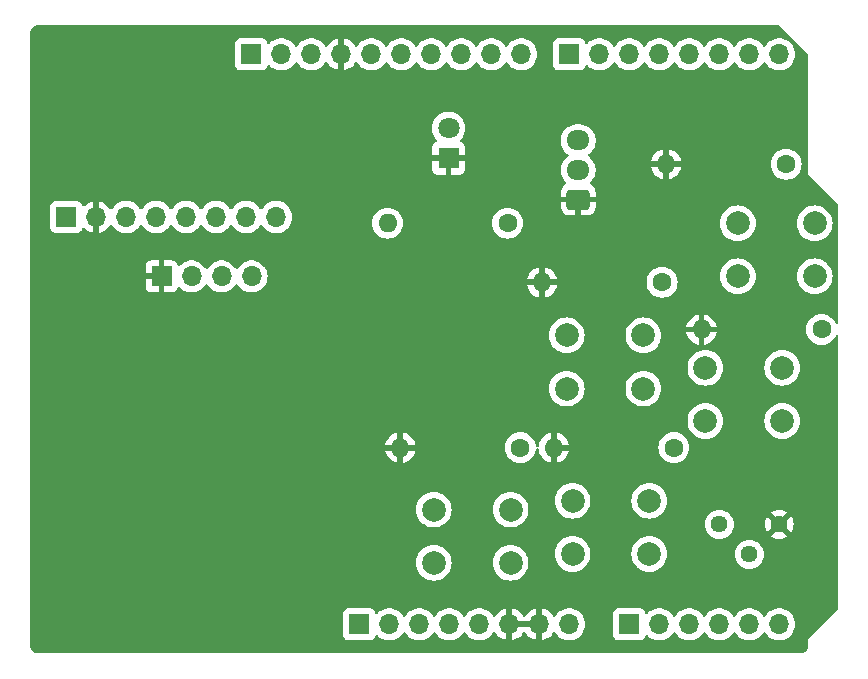
<source format=gbr>
%TF.GenerationSoftware,KiCad,Pcbnew,8.0.8*%
%TF.CreationDate,2025-02-03T18:13:04-07:00*%
%TF.ProjectId,Uno_Shield_ThermoPro,556e6f5f-5368-4696-956c-645f54686572,1.0*%
%TF.SameCoordinates,Original*%
%TF.FileFunction,Copper,L2,Bot*%
%TF.FilePolarity,Positive*%
%FSLAX46Y46*%
G04 Gerber Fmt 4.6, Leading zero omitted, Abs format (unit mm)*
G04 Created by KiCad (PCBNEW 8.0.8) date 2025-02-03 18:13:04*
%MOMM*%
%LPD*%
G01*
G04 APERTURE LIST*
G04 Aperture macros list*
%AMRoundRect*
0 Rectangle with rounded corners*
0 $1 Rounding radius*
0 $2 $3 $4 $5 $6 $7 $8 $9 X,Y pos of 4 corners*
0 Add a 4 corners polygon primitive as box body*
4,1,4,$2,$3,$4,$5,$6,$7,$8,$9,$2,$3,0*
0 Add four circle primitives for the rounded corners*
1,1,$1+$1,$2,$3*
1,1,$1+$1,$4,$5*
1,1,$1+$1,$6,$7*
1,1,$1+$1,$8,$9*
0 Add four rect primitives between the rounded corners*
20,1,$1+$1,$2,$3,$4,$5,0*
20,1,$1+$1,$4,$5,$6,$7,0*
20,1,$1+$1,$6,$7,$8,$9,0*
20,1,$1+$1,$8,$9,$2,$3,0*%
G04 Aperture macros list end*
%TA.AperFunction,ComponentPad*%
%ADD10O,1.700000X1.700000*%
%TD*%
%TA.AperFunction,ComponentPad*%
%ADD11R,1.700000X1.700000*%
%TD*%
%TA.AperFunction,ComponentPad*%
%ADD12C,2.000000*%
%TD*%
%TA.AperFunction,ComponentPad*%
%ADD13C,1.800000*%
%TD*%
%TA.AperFunction,ComponentPad*%
%ADD14R,1.800000X1.800000*%
%TD*%
%TA.AperFunction,ComponentPad*%
%ADD15O,1.600000X1.600000*%
%TD*%
%TA.AperFunction,ComponentPad*%
%ADD16C,1.600000*%
%TD*%
%TA.AperFunction,ComponentPad*%
%ADD17O,1.950000X1.700000*%
%TD*%
%TA.AperFunction,ComponentPad*%
%ADD18RoundRect,0.250000X0.725000X-0.600000X0.725000X0.600000X-0.725000X0.600000X-0.725000X-0.600000X0*%
%TD*%
%TA.AperFunction,ComponentPad*%
%ADD19C,1.440000*%
%TD*%
G04 APERTURE END LIST*
D10*
%TO.P,J1,8,Pin_8*%
%TO.N,VCC*%
X145720000Y-97460000D03*
%TO.P,J1,7,Pin_7*%
%TO.N,GND*%
X143180000Y-97460000D03*
%TO.P,J1,6,Pin_6*%
X140640000Y-97460000D03*
%TO.P,J1,5,Pin_5*%
%TO.N,+5V*%
X138100000Y-97460000D03*
%TO.P,J1,4,Pin_4*%
%TO.N,+3V3*%
X135560000Y-97460000D03*
%TO.P,J1,3,Pin_3*%
%TO.N,/~{RESET}*%
X133020000Y-97460000D03*
%TO.P,J1,2,Pin_2*%
%TO.N,/IOREF*%
X130480000Y-97460000D03*
D11*
%TO.P,J1,1,Pin_1*%
%TO.N,unconnected-(J1-Pin_1-Pad1)*%
X127940000Y-97460000D03*
%TD*%
D10*
%TO.P,J3,6,Pin_6*%
%TO.N,/SCL{slash}A5*%
X163500000Y-97460000D03*
%TO.P,J3,5,Pin_5*%
%TO.N,/SDA{slash}A4*%
X160960000Y-97460000D03*
%TO.P,J3,4,Pin_4*%
%TO.N,/A3*%
X158420000Y-97460000D03*
%TO.P,J3,3,Pin_3*%
%TO.N,/A2*%
X155880000Y-97460000D03*
%TO.P,J3,2,Pin_2*%
%TO.N,/A1*%
X153340000Y-97460000D03*
D11*
%TO.P,J3,1,Pin_1*%
%TO.N,/temp_sensor*%
X150800000Y-97460000D03*
%TD*%
D10*
%TO.P,J2,10,Pin_10*%
%TO.N,/temp_digital*%
X141656000Y-49200000D03*
%TO.P,J2,9,Pin_9*%
%TO.N,/led_light*%
X139116000Y-49200000D03*
%TO.P,J2,8,Pin_8*%
%TO.N,/\u002A10*%
X136576000Y-49200000D03*
%TO.P,J2,7,Pin_7*%
%TO.N,/\u002A11*%
X134036000Y-49200000D03*
%TO.P,J2,6,Pin_6*%
%TO.N,/12*%
X131496000Y-49200000D03*
%TO.P,J2,5,Pin_5*%
%TO.N,/13*%
X128956000Y-49200000D03*
%TO.P,J2,4,Pin_4*%
%TO.N,GND*%
X126416000Y-49200000D03*
%TO.P,J2,3,Pin_3*%
%TO.N,/AREF*%
X123876000Y-49200000D03*
%TO.P,J2,2,Pin_2*%
%TO.N,/I2C_SDA*%
X121336000Y-49200000D03*
D11*
%TO.P,J2,1,Pin_1*%
%TO.N,/I2C_SCL*%
X118796000Y-49200000D03*
%TD*%
D10*
%TO.P,J4,8,Pin_8*%
%TO.N,/RX{slash}0*%
X163500000Y-49200000D03*
%TO.P,J4,7,Pin_7*%
%TO.N,/TX{slash}1*%
X160960000Y-49200000D03*
%TO.P,J4,6,Pin_6*%
%TO.N,/button_onoff*%
X158420000Y-49200000D03*
%TO.P,J4,5,Pin_5*%
%TO.N,/button_lock*%
X155880000Y-49200000D03*
%TO.P,J4,4,Pin_4*%
%TO.N,/button_units*%
X153340000Y-49200000D03*
%TO.P,J4,3,Pin_3*%
%TO.N,/button_cal*%
X150800000Y-49200000D03*
%TO.P,J4,2,Pin_2*%
%TO.N,/button_light*%
X148260000Y-49200000D03*
D11*
%TO.P,J4,1,Pin_1*%
%TO.N,/7*%
X145720000Y-49200000D03*
%TD*%
D12*
%TO.P,SW4,2,B*%
%TO.N,+5V*%
X152500000Y-91500000D03*
X146000000Y-91500000D03*
%TO.P,SW4,1,A*%
%TO.N,/button_lock*%
X152500000Y-87000000D03*
X146000000Y-87000000D03*
%TD*%
D13*
%TO.P,D1,2,A*%
%TO.N,Net-(D1-A)*%
X135500000Y-55460000D03*
D14*
%TO.P,D1,1,K*%
%TO.N,GND*%
X135500000Y-58000000D03*
%TD*%
D12*
%TO.P,SW5,2,B*%
%TO.N,+5V*%
X140750000Y-92250000D03*
X134250000Y-92250000D03*
%TO.P,SW5,1,A*%
%TO.N,/button_light*%
X140750000Y-87750000D03*
X134250000Y-87750000D03*
%TD*%
%TO.P,SW2,2,B*%
%TO.N,+5V*%
X163750000Y-80250000D03*
X157250000Y-80250000D03*
%TO.P,SW2,1,A*%
%TO.N,/button_units*%
X163750000Y-75750000D03*
X157250000Y-75750000D03*
%TD*%
D15*
%TO.P,R4,2*%
%TO.N,GND*%
X143420000Y-68500000D03*
D16*
%TO.P,R4,1*%
%TO.N,/button_cal*%
X153580000Y-68500000D03*
%TD*%
D15*
%TO.P,R1,2*%
%TO.N,Net-(D1-A)*%
X130340000Y-63500000D03*
D16*
%TO.P,R1,1*%
%TO.N,/led_light*%
X140500000Y-63500000D03*
%TD*%
D12*
%TO.P,SW3,2,B*%
%TO.N,+5V*%
X152000000Y-77500000D03*
X145500000Y-77500000D03*
%TO.P,SW3,1,A*%
%TO.N,/button_cal*%
X152000000Y-73000000D03*
X145500000Y-73000000D03*
%TD*%
D10*
%TO.P,J6,4,Pin_4*%
%TO.N,/I2C_SDA*%
X118820000Y-68010000D03*
%TO.P,J6,3,Pin_3*%
%TO.N,/I2C_SCL*%
X116280000Y-68010000D03*
%TO.P,J6,2,Pin_2*%
%TO.N,+5V*%
X113740000Y-68010000D03*
D11*
%TO.P,J6,1,Pin_1*%
%TO.N,GND*%
X111200000Y-68010000D03*
%TD*%
D12*
%TO.P,SW1,2,B*%
%TO.N,+5V*%
X166500000Y-68000000D03*
X160000000Y-68000000D03*
%TO.P,SW1,1,A*%
%TO.N,/button_onoff*%
X166500000Y-63500000D03*
X160000000Y-63500000D03*
%TD*%
D15*
%TO.P,R5,2*%
%TO.N,GND*%
X144420000Y-82500000D03*
D16*
%TO.P,R5,1*%
%TO.N,/button_lock*%
X154580000Y-82500000D03*
%TD*%
D17*
%TO.P,J7,3,Pin_3*%
%TO.N,+5V*%
X146475000Y-56500000D03*
%TO.P,J7,2,Pin_2*%
%TO.N,/temp_digital*%
X146475000Y-59000000D03*
D18*
%TO.P,J7,1,Pin_1*%
%TO.N,GND*%
X146475000Y-61500000D03*
%TD*%
D15*
%TO.P,R2,2*%
%TO.N,GND*%
X153920000Y-58500000D03*
D16*
%TO.P,R2,1*%
%TO.N,/button_onoff*%
X164080000Y-58500000D03*
%TD*%
D19*
%TO.P,RV1,3,3*%
%TO.N,GND*%
X163500000Y-89000000D03*
%TO.P,RV1,2,2*%
%TO.N,/temp_sensor*%
X160960000Y-91540000D03*
%TO.P,RV1,1,1*%
%TO.N,+5V*%
X158420000Y-89000000D03*
%TD*%
D10*
%TO.P,J5,8,Pin_8*%
%TO.N,unconnected-(J5-Pin_8-Pad8)*%
X120910000Y-62970000D03*
%TO.P,J5,7,Pin_7*%
%TO.N,unconnected-(J5-Pin_7-Pad7)*%
X118370000Y-62970000D03*
%TO.P,J5,6,Pin_6*%
%TO.N,unconnected-(J5-Pin_6-Pad6)*%
X115830000Y-62970000D03*
%TO.P,J5,5,Pin_5*%
%TO.N,unconnected-(J5-Pin_5-Pad5)*%
X113290000Y-62970000D03*
%TO.P,J5,4,Pin_4*%
%TO.N,/I2C_SDA*%
X110750000Y-62970000D03*
%TO.P,J5,3,Pin_3*%
%TO.N,/I2C_SCL*%
X108210000Y-62970000D03*
%TO.P,J5,2,Pin_2*%
%TO.N,GND*%
X105670000Y-62970000D03*
D11*
%TO.P,J5,1,Pin_1*%
%TO.N,+5V*%
X103130000Y-62970000D03*
%TD*%
D15*
%TO.P,R6,2*%
%TO.N,GND*%
X131420000Y-82500000D03*
D16*
%TO.P,R6,1*%
%TO.N,/button_light*%
X141580000Y-82500000D03*
%TD*%
D15*
%TO.P,R3,2*%
%TO.N,GND*%
X156920000Y-72500000D03*
D16*
%TO.P,R3,1*%
%TO.N,/button_units*%
X167080000Y-72500000D03*
%TD*%
%TA.AperFunction,Conductor*%
%TO.N,GND*%
G36*
X142714075Y-97267007D02*
G01*
X142680000Y-97394174D01*
X142680000Y-97525826D01*
X142714075Y-97652993D01*
X142746988Y-97710000D01*
X141073012Y-97710000D01*
X141105925Y-97652993D01*
X141140000Y-97525826D01*
X141140000Y-97394174D01*
X141105925Y-97267007D01*
X141073012Y-97210000D01*
X142746988Y-97210000D01*
X142714075Y-97267007D01*
G37*
%TD.AperFunction*%
%TA.AperFunction,Conductor*%
G36*
X163484404Y-46755185D02*
G01*
X163505046Y-46771819D01*
X165928181Y-49194954D01*
X165961666Y-49256277D01*
X165964500Y-49282635D01*
X165964500Y-59344982D01*
X165964500Y-59375018D01*
X165975994Y-59402767D01*
X165975995Y-59402768D01*
X168468181Y-61894954D01*
X168501666Y-61956277D01*
X168504500Y-61982635D01*
X168504500Y-71899348D01*
X168484815Y-71966387D01*
X168432011Y-72012142D01*
X168362853Y-72022086D01*
X168299297Y-71993061D01*
X168268118Y-71951753D01*
X168217523Y-71843251D01*
X168086198Y-71655700D01*
X167924300Y-71493802D01*
X167736749Y-71362477D01*
X167736745Y-71362475D01*
X167529249Y-71265718D01*
X167529238Y-71265714D01*
X167308089Y-71206457D01*
X167308081Y-71206456D01*
X167080002Y-71186502D01*
X167079998Y-71186502D01*
X166851918Y-71206456D01*
X166851910Y-71206457D01*
X166630761Y-71265714D01*
X166630750Y-71265718D01*
X166423254Y-71362475D01*
X166423252Y-71362476D01*
X166423251Y-71362477D01*
X166235700Y-71493802D01*
X166235698Y-71493803D01*
X166235695Y-71493806D01*
X166073806Y-71655695D01*
X165942476Y-71843252D01*
X165942475Y-71843254D01*
X165845718Y-72050750D01*
X165845714Y-72050761D01*
X165786457Y-72271910D01*
X165786456Y-72271918D01*
X165766502Y-72499998D01*
X165766502Y-72500001D01*
X165786456Y-72728081D01*
X165786457Y-72728089D01*
X165845714Y-72949238D01*
X165845718Y-72949249D01*
X165869384Y-73000000D01*
X165942477Y-73156749D01*
X166073802Y-73344300D01*
X166235700Y-73506198D01*
X166423251Y-73637523D01*
X166529268Y-73686959D01*
X166630750Y-73734281D01*
X166630752Y-73734281D01*
X166630757Y-73734284D01*
X166851913Y-73793543D01*
X167014832Y-73807796D01*
X167079998Y-73813498D01*
X167080000Y-73813498D01*
X167080002Y-73813498D01*
X167137021Y-73808509D01*
X167308087Y-73793543D01*
X167529243Y-73734284D01*
X167736749Y-73637523D01*
X167924300Y-73506198D01*
X168086198Y-73344300D01*
X168217523Y-73156749D01*
X168268118Y-73048247D01*
X168314290Y-72995807D01*
X168381483Y-72976655D01*
X168448365Y-72996870D01*
X168493699Y-73050036D01*
X168504500Y-73100651D01*
X168504500Y-96107364D01*
X168484815Y-96174403D01*
X168468181Y-96195045D01*
X165997233Y-98665994D01*
X165975995Y-98687231D01*
X165964500Y-98714982D01*
X165964500Y-99231907D01*
X165963903Y-99244062D01*
X165952505Y-99359778D01*
X165947763Y-99383618D01*
X165917832Y-99482290D01*
X165915789Y-99489024D01*
X165906486Y-99511482D01*
X165854561Y-99608627D01*
X165841056Y-99628839D01*
X165771176Y-99713988D01*
X165753988Y-99731176D01*
X165668839Y-99801056D01*
X165648627Y-99814561D01*
X165551482Y-99866486D01*
X165529028Y-99875787D01*
X165487028Y-99888528D01*
X165423618Y-99907763D01*
X165399778Y-99912505D01*
X165291162Y-99923203D01*
X165284060Y-99923903D01*
X165271907Y-99924500D01*
X100768093Y-99924500D01*
X100755939Y-99923903D01*
X100747995Y-99923120D01*
X100640221Y-99912505D01*
X100616381Y-99907763D01*
X100599445Y-99902625D01*
X100510968Y-99875786D01*
X100488517Y-99866486D01*
X100391372Y-99814561D01*
X100371160Y-99801056D01*
X100286011Y-99731176D01*
X100268823Y-99713988D01*
X100198943Y-99628839D01*
X100185438Y-99608627D01*
X100133510Y-99511476D01*
X100124215Y-99489037D01*
X100092234Y-99383612D01*
X100087494Y-99359777D01*
X100076097Y-99244061D01*
X100075500Y-99231907D01*
X100075500Y-96561345D01*
X126581500Y-96561345D01*
X126581500Y-98358654D01*
X126588011Y-98419202D01*
X126588011Y-98419204D01*
X126639111Y-98556204D01*
X126726739Y-98673261D01*
X126843796Y-98760889D01*
X126980799Y-98811989D01*
X127008050Y-98814918D01*
X127041345Y-98818499D01*
X127041362Y-98818500D01*
X128838638Y-98818500D01*
X128838654Y-98818499D01*
X128865692Y-98815591D01*
X128899201Y-98811989D01*
X129036204Y-98760889D01*
X129153261Y-98673261D01*
X129240889Y-98556204D01*
X129286138Y-98434887D01*
X129328009Y-98378956D01*
X129393474Y-98354539D01*
X129461746Y-98369391D01*
X129493545Y-98394236D01*
X129556760Y-98462906D01*
X129734424Y-98601189D01*
X129734425Y-98601189D01*
X129734427Y-98601191D01*
X129861135Y-98669761D01*
X129932426Y-98708342D01*
X130145365Y-98781444D01*
X130367431Y-98818500D01*
X130592569Y-98818500D01*
X130814635Y-98781444D01*
X131027574Y-98708342D01*
X131225576Y-98601189D01*
X131403240Y-98462906D01*
X131524594Y-98331082D01*
X131555715Y-98297276D01*
X131555715Y-98297275D01*
X131555722Y-98297268D01*
X131646193Y-98158790D01*
X131699338Y-98113437D01*
X131768569Y-98104013D01*
X131831905Y-98133515D01*
X131853804Y-98158787D01*
X131944278Y-98297268D01*
X131944283Y-98297273D01*
X131944284Y-98297276D01*
X132070968Y-98434889D01*
X132096760Y-98462906D01*
X132274424Y-98601189D01*
X132274425Y-98601189D01*
X132274427Y-98601191D01*
X132401135Y-98669761D01*
X132472426Y-98708342D01*
X132685365Y-98781444D01*
X132907431Y-98818500D01*
X133132569Y-98818500D01*
X133354635Y-98781444D01*
X133567574Y-98708342D01*
X133765576Y-98601189D01*
X133943240Y-98462906D01*
X134064594Y-98331082D01*
X134095715Y-98297276D01*
X134095715Y-98297275D01*
X134095722Y-98297268D01*
X134186193Y-98158790D01*
X134239338Y-98113437D01*
X134308569Y-98104013D01*
X134371905Y-98133515D01*
X134393804Y-98158787D01*
X134484278Y-98297268D01*
X134484283Y-98297273D01*
X134484284Y-98297276D01*
X134610968Y-98434889D01*
X134636760Y-98462906D01*
X134814424Y-98601189D01*
X134814425Y-98601189D01*
X134814427Y-98601191D01*
X134941135Y-98669761D01*
X135012426Y-98708342D01*
X135225365Y-98781444D01*
X135447431Y-98818500D01*
X135672569Y-98818500D01*
X135894635Y-98781444D01*
X136107574Y-98708342D01*
X136305576Y-98601189D01*
X136483240Y-98462906D01*
X136604594Y-98331082D01*
X136635715Y-98297276D01*
X136635715Y-98297275D01*
X136635722Y-98297268D01*
X136726193Y-98158790D01*
X136779338Y-98113437D01*
X136848569Y-98104013D01*
X136911905Y-98133515D01*
X136933804Y-98158787D01*
X137024278Y-98297268D01*
X137024283Y-98297273D01*
X137024284Y-98297276D01*
X137150968Y-98434889D01*
X137176760Y-98462906D01*
X137354424Y-98601189D01*
X137354425Y-98601189D01*
X137354427Y-98601191D01*
X137481135Y-98669761D01*
X137552426Y-98708342D01*
X137765365Y-98781444D01*
X137987431Y-98818500D01*
X138212569Y-98818500D01*
X138434635Y-98781444D01*
X138647574Y-98708342D01*
X138845576Y-98601189D01*
X139023240Y-98462906D01*
X139144594Y-98331082D01*
X139175715Y-98297276D01*
X139175715Y-98297275D01*
X139175722Y-98297268D01*
X139269749Y-98153347D01*
X139322894Y-98107994D01*
X139392125Y-98098570D01*
X139455461Y-98128072D01*
X139475130Y-98150048D01*
X139601890Y-98331078D01*
X139768917Y-98498105D01*
X139962421Y-98633600D01*
X140176507Y-98733429D01*
X140176516Y-98733433D01*
X140390000Y-98790634D01*
X140390000Y-97893012D01*
X140447007Y-97925925D01*
X140574174Y-97960000D01*
X140705826Y-97960000D01*
X140832993Y-97925925D01*
X140890000Y-97893012D01*
X140890000Y-98790633D01*
X141103483Y-98733433D01*
X141103492Y-98733429D01*
X141317578Y-98633600D01*
X141511082Y-98498105D01*
X141678105Y-98331082D01*
X141808425Y-98144968D01*
X141863002Y-98101344D01*
X141932501Y-98094151D01*
X141994855Y-98125673D01*
X142011575Y-98144968D01*
X142141894Y-98331082D01*
X142308917Y-98498105D01*
X142502421Y-98633600D01*
X142716507Y-98733429D01*
X142716516Y-98733433D01*
X142930000Y-98790634D01*
X142930000Y-97893012D01*
X142987007Y-97925925D01*
X143114174Y-97960000D01*
X143245826Y-97960000D01*
X143372993Y-97925925D01*
X143430000Y-97893012D01*
X143430000Y-98790633D01*
X143643483Y-98733433D01*
X143643492Y-98733429D01*
X143857578Y-98633600D01*
X144051082Y-98498105D01*
X144218105Y-98331082D01*
X144344868Y-98150048D01*
X144399445Y-98106423D01*
X144468944Y-98099231D01*
X144531298Y-98130753D01*
X144550251Y-98153350D01*
X144644276Y-98297265D01*
X144644284Y-98297276D01*
X144770968Y-98434889D01*
X144796760Y-98462906D01*
X144974424Y-98601189D01*
X144974425Y-98601189D01*
X144974427Y-98601191D01*
X145101135Y-98669761D01*
X145172426Y-98708342D01*
X145385365Y-98781444D01*
X145607431Y-98818500D01*
X145832569Y-98818500D01*
X146054635Y-98781444D01*
X146267574Y-98708342D01*
X146465576Y-98601189D01*
X146643240Y-98462906D01*
X146764594Y-98331082D01*
X146795715Y-98297276D01*
X146795717Y-98297273D01*
X146795722Y-98297268D01*
X146918860Y-98108791D01*
X147009296Y-97902616D01*
X147064564Y-97684368D01*
X147067164Y-97652993D01*
X147083156Y-97460005D01*
X147083156Y-97459994D01*
X147064565Y-97235640D01*
X147064563Y-97235628D01*
X147009296Y-97017385D01*
X146999071Y-96994075D01*
X146918860Y-96811209D01*
X146902706Y-96786484D01*
X146795723Y-96622734D01*
X146795715Y-96622723D01*
X146739212Y-96561345D01*
X149441500Y-96561345D01*
X149441500Y-98358654D01*
X149448011Y-98419202D01*
X149448011Y-98419204D01*
X149499111Y-98556204D01*
X149586739Y-98673261D01*
X149703796Y-98760889D01*
X149840799Y-98811989D01*
X149868050Y-98814918D01*
X149901345Y-98818499D01*
X149901362Y-98818500D01*
X151698638Y-98818500D01*
X151698654Y-98818499D01*
X151725692Y-98815591D01*
X151759201Y-98811989D01*
X151896204Y-98760889D01*
X152013261Y-98673261D01*
X152100889Y-98556204D01*
X152146138Y-98434887D01*
X152188009Y-98378956D01*
X152253474Y-98354539D01*
X152321746Y-98369391D01*
X152353545Y-98394236D01*
X152416760Y-98462906D01*
X152594424Y-98601189D01*
X152594425Y-98601189D01*
X152594427Y-98601191D01*
X152721135Y-98669761D01*
X152792426Y-98708342D01*
X153005365Y-98781444D01*
X153227431Y-98818500D01*
X153452569Y-98818500D01*
X153674635Y-98781444D01*
X153887574Y-98708342D01*
X154085576Y-98601189D01*
X154263240Y-98462906D01*
X154384594Y-98331082D01*
X154415715Y-98297276D01*
X154415715Y-98297275D01*
X154415722Y-98297268D01*
X154506193Y-98158790D01*
X154559338Y-98113437D01*
X154628569Y-98104013D01*
X154691905Y-98133515D01*
X154713804Y-98158787D01*
X154804278Y-98297268D01*
X154804283Y-98297273D01*
X154804284Y-98297276D01*
X154930968Y-98434889D01*
X154956760Y-98462906D01*
X155134424Y-98601189D01*
X155134425Y-98601189D01*
X155134427Y-98601191D01*
X155261135Y-98669761D01*
X155332426Y-98708342D01*
X155545365Y-98781444D01*
X155767431Y-98818500D01*
X155992569Y-98818500D01*
X156214635Y-98781444D01*
X156427574Y-98708342D01*
X156625576Y-98601189D01*
X156803240Y-98462906D01*
X156924594Y-98331082D01*
X156955715Y-98297276D01*
X156955715Y-98297275D01*
X156955722Y-98297268D01*
X157046193Y-98158790D01*
X157099338Y-98113437D01*
X157168569Y-98104013D01*
X157231905Y-98133515D01*
X157253804Y-98158787D01*
X157344278Y-98297268D01*
X157344283Y-98297273D01*
X157344284Y-98297276D01*
X157470968Y-98434889D01*
X157496760Y-98462906D01*
X157674424Y-98601189D01*
X157674425Y-98601189D01*
X157674427Y-98601191D01*
X157801135Y-98669761D01*
X157872426Y-98708342D01*
X158085365Y-98781444D01*
X158307431Y-98818500D01*
X158532569Y-98818500D01*
X158754635Y-98781444D01*
X158967574Y-98708342D01*
X159165576Y-98601189D01*
X159343240Y-98462906D01*
X159464594Y-98331082D01*
X159495715Y-98297276D01*
X159495715Y-98297275D01*
X159495722Y-98297268D01*
X159586193Y-98158790D01*
X159639338Y-98113437D01*
X159708569Y-98104013D01*
X159771905Y-98133515D01*
X159793804Y-98158787D01*
X159884278Y-98297268D01*
X159884283Y-98297273D01*
X159884284Y-98297276D01*
X160010968Y-98434889D01*
X160036760Y-98462906D01*
X160214424Y-98601189D01*
X160214425Y-98601189D01*
X160214427Y-98601191D01*
X160341135Y-98669761D01*
X160412426Y-98708342D01*
X160625365Y-98781444D01*
X160847431Y-98818500D01*
X161072569Y-98818500D01*
X161294635Y-98781444D01*
X161507574Y-98708342D01*
X161705576Y-98601189D01*
X161883240Y-98462906D01*
X162004594Y-98331082D01*
X162035715Y-98297276D01*
X162035715Y-98297275D01*
X162035722Y-98297268D01*
X162126193Y-98158790D01*
X162179338Y-98113437D01*
X162248569Y-98104013D01*
X162311905Y-98133515D01*
X162333804Y-98158787D01*
X162424278Y-98297268D01*
X162424283Y-98297273D01*
X162424284Y-98297276D01*
X162550968Y-98434889D01*
X162576760Y-98462906D01*
X162754424Y-98601189D01*
X162754425Y-98601189D01*
X162754427Y-98601191D01*
X162881135Y-98669761D01*
X162952426Y-98708342D01*
X163165365Y-98781444D01*
X163387431Y-98818500D01*
X163612569Y-98818500D01*
X163834635Y-98781444D01*
X164047574Y-98708342D01*
X164245576Y-98601189D01*
X164423240Y-98462906D01*
X164544594Y-98331082D01*
X164575715Y-98297276D01*
X164575717Y-98297273D01*
X164575722Y-98297268D01*
X164698860Y-98108791D01*
X164789296Y-97902616D01*
X164844564Y-97684368D01*
X164847164Y-97652993D01*
X164863156Y-97460005D01*
X164863156Y-97459994D01*
X164844565Y-97235640D01*
X164844563Y-97235628D01*
X164789296Y-97017385D01*
X164779071Y-96994075D01*
X164698860Y-96811209D01*
X164682706Y-96786484D01*
X164575723Y-96622734D01*
X164575715Y-96622723D01*
X164423243Y-96457097D01*
X164423238Y-96457092D01*
X164245577Y-96318812D01*
X164245572Y-96318808D01*
X164047580Y-96211661D01*
X164047577Y-96211659D01*
X164047574Y-96211658D01*
X164047571Y-96211657D01*
X164047569Y-96211656D01*
X163834637Y-96138556D01*
X163612569Y-96101500D01*
X163387431Y-96101500D01*
X163165362Y-96138556D01*
X162952430Y-96211656D01*
X162952419Y-96211661D01*
X162754427Y-96318808D01*
X162754422Y-96318812D01*
X162576761Y-96457092D01*
X162576756Y-96457097D01*
X162424284Y-96622723D01*
X162424276Y-96622734D01*
X162333808Y-96761206D01*
X162280662Y-96806562D01*
X162211431Y-96815986D01*
X162148095Y-96786484D01*
X162126192Y-96761206D01*
X162035723Y-96622734D01*
X162035715Y-96622723D01*
X161883243Y-96457097D01*
X161883238Y-96457092D01*
X161705577Y-96318812D01*
X161705572Y-96318808D01*
X161507580Y-96211661D01*
X161507577Y-96211659D01*
X161507574Y-96211658D01*
X161507571Y-96211657D01*
X161507569Y-96211656D01*
X161294637Y-96138556D01*
X161072569Y-96101500D01*
X160847431Y-96101500D01*
X160625362Y-96138556D01*
X160412430Y-96211656D01*
X160412419Y-96211661D01*
X160214427Y-96318808D01*
X160214422Y-96318812D01*
X160036761Y-96457092D01*
X160036756Y-96457097D01*
X159884284Y-96622723D01*
X159884276Y-96622734D01*
X159793808Y-96761206D01*
X159740662Y-96806562D01*
X159671431Y-96815986D01*
X159608095Y-96786484D01*
X159586192Y-96761206D01*
X159495723Y-96622734D01*
X159495715Y-96622723D01*
X159343243Y-96457097D01*
X159343238Y-96457092D01*
X159165577Y-96318812D01*
X159165572Y-96318808D01*
X158967580Y-96211661D01*
X158967577Y-96211659D01*
X158967574Y-96211658D01*
X158967571Y-96211657D01*
X158967569Y-96211656D01*
X158754637Y-96138556D01*
X158532569Y-96101500D01*
X158307431Y-96101500D01*
X158085362Y-96138556D01*
X157872430Y-96211656D01*
X157872419Y-96211661D01*
X157674427Y-96318808D01*
X157674422Y-96318812D01*
X157496761Y-96457092D01*
X157496756Y-96457097D01*
X157344284Y-96622723D01*
X157344276Y-96622734D01*
X157253808Y-96761206D01*
X157200662Y-96806562D01*
X157131431Y-96815986D01*
X157068095Y-96786484D01*
X157046192Y-96761206D01*
X156955723Y-96622734D01*
X156955715Y-96622723D01*
X156803243Y-96457097D01*
X156803238Y-96457092D01*
X156625577Y-96318812D01*
X156625572Y-96318808D01*
X156427580Y-96211661D01*
X156427577Y-96211659D01*
X156427574Y-96211658D01*
X156427571Y-96211657D01*
X156427569Y-96211656D01*
X156214637Y-96138556D01*
X155992569Y-96101500D01*
X155767431Y-96101500D01*
X155545362Y-96138556D01*
X155332430Y-96211656D01*
X155332419Y-96211661D01*
X155134427Y-96318808D01*
X155134422Y-96318812D01*
X154956761Y-96457092D01*
X154956756Y-96457097D01*
X154804284Y-96622723D01*
X154804276Y-96622734D01*
X154713808Y-96761206D01*
X154660662Y-96806562D01*
X154591431Y-96815986D01*
X154528095Y-96786484D01*
X154506192Y-96761206D01*
X154415723Y-96622734D01*
X154415715Y-96622723D01*
X154263243Y-96457097D01*
X154263238Y-96457092D01*
X154085577Y-96318812D01*
X154085572Y-96318808D01*
X153887580Y-96211661D01*
X153887577Y-96211659D01*
X153887574Y-96211658D01*
X153887571Y-96211657D01*
X153887569Y-96211656D01*
X153674637Y-96138556D01*
X153452569Y-96101500D01*
X153227431Y-96101500D01*
X153005362Y-96138556D01*
X152792430Y-96211656D01*
X152792419Y-96211661D01*
X152594427Y-96318808D01*
X152594422Y-96318812D01*
X152416761Y-96457092D01*
X152353548Y-96525760D01*
X152293661Y-96561750D01*
X152223823Y-96559649D01*
X152166207Y-96520124D01*
X152146138Y-96485110D01*
X152100889Y-96363796D01*
X152067214Y-96318812D01*
X152013261Y-96246739D01*
X151896204Y-96159111D01*
X151895172Y-96158726D01*
X151759203Y-96108011D01*
X151698654Y-96101500D01*
X151698638Y-96101500D01*
X149901362Y-96101500D01*
X149901345Y-96101500D01*
X149840797Y-96108011D01*
X149840795Y-96108011D01*
X149703795Y-96159111D01*
X149586739Y-96246739D01*
X149499111Y-96363795D01*
X149448011Y-96500795D01*
X149448011Y-96500797D01*
X149441500Y-96561345D01*
X146739212Y-96561345D01*
X146643243Y-96457097D01*
X146643238Y-96457092D01*
X146465577Y-96318812D01*
X146465572Y-96318808D01*
X146267580Y-96211661D01*
X146267577Y-96211659D01*
X146267574Y-96211658D01*
X146267571Y-96211657D01*
X146267569Y-96211656D01*
X146054637Y-96138556D01*
X145832569Y-96101500D01*
X145607431Y-96101500D01*
X145385362Y-96138556D01*
X145172430Y-96211656D01*
X145172419Y-96211661D01*
X144974427Y-96318808D01*
X144974422Y-96318812D01*
X144796761Y-96457092D01*
X144796756Y-96457097D01*
X144644284Y-96622723D01*
X144644276Y-96622734D01*
X144550251Y-96766650D01*
X144497105Y-96812007D01*
X144427873Y-96821430D01*
X144364538Y-96791928D01*
X144344868Y-96769951D01*
X144218113Y-96588926D01*
X144218108Y-96588920D01*
X144051082Y-96421894D01*
X143857578Y-96286399D01*
X143643492Y-96186570D01*
X143643486Y-96186567D01*
X143430000Y-96129364D01*
X143430000Y-97026988D01*
X143372993Y-96994075D01*
X143245826Y-96960000D01*
X143114174Y-96960000D01*
X142987007Y-96994075D01*
X142930000Y-97026988D01*
X142930000Y-96129364D01*
X142929999Y-96129364D01*
X142716513Y-96186567D01*
X142716507Y-96186570D01*
X142502422Y-96286399D01*
X142502420Y-96286400D01*
X142308926Y-96421886D01*
X142308920Y-96421891D01*
X142141891Y-96588920D01*
X142141890Y-96588922D01*
X142011575Y-96775031D01*
X141956998Y-96818655D01*
X141887499Y-96825848D01*
X141825145Y-96794326D01*
X141808425Y-96775031D01*
X141678109Y-96588922D01*
X141678108Y-96588920D01*
X141511082Y-96421894D01*
X141317578Y-96286399D01*
X141103492Y-96186570D01*
X141103486Y-96186567D01*
X140890000Y-96129364D01*
X140890000Y-97026988D01*
X140832993Y-96994075D01*
X140705826Y-96960000D01*
X140574174Y-96960000D01*
X140447007Y-96994075D01*
X140390000Y-97026988D01*
X140390000Y-96129364D01*
X140389999Y-96129364D01*
X140176513Y-96186567D01*
X140176507Y-96186570D01*
X139962422Y-96286399D01*
X139962420Y-96286400D01*
X139768926Y-96421886D01*
X139768920Y-96421891D01*
X139601891Y-96588920D01*
X139601890Y-96588922D01*
X139475131Y-96769952D01*
X139420554Y-96813577D01*
X139351055Y-96820769D01*
X139288701Y-96789247D01*
X139269752Y-96766656D01*
X139175722Y-96622732D01*
X139175715Y-96622725D01*
X139175715Y-96622723D01*
X139023243Y-96457097D01*
X139023238Y-96457092D01*
X138845577Y-96318812D01*
X138845572Y-96318808D01*
X138647580Y-96211661D01*
X138647577Y-96211659D01*
X138647574Y-96211658D01*
X138647571Y-96211657D01*
X138647569Y-96211656D01*
X138434637Y-96138556D01*
X138212569Y-96101500D01*
X137987431Y-96101500D01*
X137765362Y-96138556D01*
X137552430Y-96211656D01*
X137552419Y-96211661D01*
X137354427Y-96318808D01*
X137354422Y-96318812D01*
X137176761Y-96457092D01*
X137176756Y-96457097D01*
X137024284Y-96622723D01*
X137024276Y-96622734D01*
X136933808Y-96761206D01*
X136880662Y-96806562D01*
X136811431Y-96815986D01*
X136748095Y-96786484D01*
X136726192Y-96761206D01*
X136635723Y-96622734D01*
X136635715Y-96622723D01*
X136483243Y-96457097D01*
X136483238Y-96457092D01*
X136305577Y-96318812D01*
X136305572Y-96318808D01*
X136107580Y-96211661D01*
X136107577Y-96211659D01*
X136107574Y-96211658D01*
X136107571Y-96211657D01*
X136107569Y-96211656D01*
X135894637Y-96138556D01*
X135672569Y-96101500D01*
X135447431Y-96101500D01*
X135225362Y-96138556D01*
X135012430Y-96211656D01*
X135012419Y-96211661D01*
X134814427Y-96318808D01*
X134814422Y-96318812D01*
X134636761Y-96457092D01*
X134636756Y-96457097D01*
X134484284Y-96622723D01*
X134484276Y-96622734D01*
X134393808Y-96761206D01*
X134340662Y-96806562D01*
X134271431Y-96815986D01*
X134208095Y-96786484D01*
X134186192Y-96761206D01*
X134095723Y-96622734D01*
X134095715Y-96622723D01*
X133943243Y-96457097D01*
X133943238Y-96457092D01*
X133765577Y-96318812D01*
X133765572Y-96318808D01*
X133567580Y-96211661D01*
X133567577Y-96211659D01*
X133567574Y-96211658D01*
X133567571Y-96211657D01*
X133567569Y-96211656D01*
X133354637Y-96138556D01*
X133132569Y-96101500D01*
X132907431Y-96101500D01*
X132685362Y-96138556D01*
X132472430Y-96211656D01*
X132472419Y-96211661D01*
X132274427Y-96318808D01*
X132274422Y-96318812D01*
X132096761Y-96457092D01*
X132096756Y-96457097D01*
X131944284Y-96622723D01*
X131944276Y-96622734D01*
X131853808Y-96761206D01*
X131800662Y-96806562D01*
X131731431Y-96815986D01*
X131668095Y-96786484D01*
X131646192Y-96761206D01*
X131555723Y-96622734D01*
X131555715Y-96622723D01*
X131403243Y-96457097D01*
X131403238Y-96457092D01*
X131225577Y-96318812D01*
X131225572Y-96318808D01*
X131027580Y-96211661D01*
X131027577Y-96211659D01*
X131027574Y-96211658D01*
X131027571Y-96211657D01*
X131027569Y-96211656D01*
X130814637Y-96138556D01*
X130592569Y-96101500D01*
X130367431Y-96101500D01*
X130145362Y-96138556D01*
X129932430Y-96211656D01*
X129932419Y-96211661D01*
X129734427Y-96318808D01*
X129734422Y-96318812D01*
X129556761Y-96457092D01*
X129493548Y-96525760D01*
X129433661Y-96561750D01*
X129363823Y-96559649D01*
X129306207Y-96520124D01*
X129286138Y-96485110D01*
X129240889Y-96363796D01*
X129207214Y-96318812D01*
X129153261Y-96246739D01*
X129036204Y-96159111D01*
X129035172Y-96158726D01*
X128899203Y-96108011D01*
X128838654Y-96101500D01*
X128838638Y-96101500D01*
X127041362Y-96101500D01*
X127041345Y-96101500D01*
X126980797Y-96108011D01*
X126980795Y-96108011D01*
X126843795Y-96159111D01*
X126726739Y-96246739D01*
X126639111Y-96363795D01*
X126588011Y-96500795D01*
X126588011Y-96500797D01*
X126581500Y-96561345D01*
X100075500Y-96561345D01*
X100075500Y-92250000D01*
X132736835Y-92250000D01*
X132755465Y-92486714D01*
X132810895Y-92717595D01*
X132810895Y-92717597D01*
X132901757Y-92936959D01*
X132901759Y-92936962D01*
X133025820Y-93139410D01*
X133025821Y-93139413D01*
X133025824Y-93139416D01*
X133180031Y-93319969D01*
X133319797Y-93439340D01*
X133360586Y-93474178D01*
X133360589Y-93474179D01*
X133563037Y-93598240D01*
X133563040Y-93598242D01*
X133782403Y-93689104D01*
X133782404Y-93689104D01*
X133782406Y-93689105D01*
X134013289Y-93744535D01*
X134250000Y-93763165D01*
X134486711Y-93744535D01*
X134717594Y-93689105D01*
X134717596Y-93689104D01*
X134717597Y-93689104D01*
X134936959Y-93598242D01*
X134936960Y-93598241D01*
X134936963Y-93598240D01*
X135139416Y-93474176D01*
X135319969Y-93319969D01*
X135474176Y-93139416D01*
X135598240Y-92936963D01*
X135666076Y-92773193D01*
X135689104Y-92717597D01*
X135689104Y-92717596D01*
X135689105Y-92717594D01*
X135744535Y-92486711D01*
X135763165Y-92250000D01*
X139236835Y-92250000D01*
X139255465Y-92486714D01*
X139310895Y-92717595D01*
X139310895Y-92717597D01*
X139401757Y-92936959D01*
X139401759Y-92936962D01*
X139525820Y-93139410D01*
X139525821Y-93139413D01*
X139525824Y-93139416D01*
X139680031Y-93319969D01*
X139819797Y-93439340D01*
X139860586Y-93474178D01*
X139860589Y-93474179D01*
X140063037Y-93598240D01*
X140063040Y-93598242D01*
X140282403Y-93689104D01*
X140282404Y-93689104D01*
X140282406Y-93689105D01*
X140513289Y-93744535D01*
X140750000Y-93763165D01*
X140986711Y-93744535D01*
X141217594Y-93689105D01*
X141217596Y-93689104D01*
X141217597Y-93689104D01*
X141436959Y-93598242D01*
X141436960Y-93598241D01*
X141436963Y-93598240D01*
X141639416Y-93474176D01*
X141819969Y-93319969D01*
X141974176Y-93139416D01*
X142098240Y-92936963D01*
X142166076Y-92773193D01*
X142189104Y-92717597D01*
X142189104Y-92717596D01*
X142189105Y-92717594D01*
X142244535Y-92486711D01*
X142263165Y-92250000D01*
X142244535Y-92013289D01*
X142189105Y-91782406D01*
X142189104Y-91782403D01*
X142189104Y-91782402D01*
X142098242Y-91563040D01*
X142098240Y-91563037D01*
X142059611Y-91500000D01*
X144486835Y-91500000D01*
X144505465Y-91736714D01*
X144560895Y-91967595D01*
X144560895Y-91967597D01*
X144651757Y-92186959D01*
X144651759Y-92186962D01*
X144775820Y-92389410D01*
X144775821Y-92389413D01*
X144775824Y-92389416D01*
X144930031Y-92569969D01*
X145069797Y-92689340D01*
X145110586Y-92724178D01*
X145110588Y-92724178D01*
X145190572Y-92773193D01*
X145313037Y-92848240D01*
X145313040Y-92848242D01*
X145532403Y-92939104D01*
X145532404Y-92939104D01*
X145532406Y-92939105D01*
X145763289Y-92994535D01*
X146000000Y-93013165D01*
X146236711Y-92994535D01*
X146467594Y-92939105D01*
X146467596Y-92939104D01*
X146467597Y-92939104D01*
X146686959Y-92848242D01*
X146686960Y-92848241D01*
X146686963Y-92848240D01*
X146889416Y-92724176D01*
X147069969Y-92569969D01*
X147224176Y-92389416D01*
X147348240Y-92186963D01*
X147360817Y-92156601D01*
X147439104Y-91967597D01*
X147439104Y-91967596D01*
X147439105Y-91967594D01*
X147494535Y-91736711D01*
X147513165Y-91500000D01*
X150986835Y-91500000D01*
X151005465Y-91736714D01*
X151060895Y-91967595D01*
X151060895Y-91967597D01*
X151151757Y-92186959D01*
X151151759Y-92186962D01*
X151275820Y-92389410D01*
X151275821Y-92389413D01*
X151275824Y-92389416D01*
X151430031Y-92569969D01*
X151569797Y-92689340D01*
X151610586Y-92724178D01*
X151610588Y-92724178D01*
X151690572Y-92773193D01*
X151813037Y-92848240D01*
X151813040Y-92848242D01*
X152032403Y-92939104D01*
X152032404Y-92939104D01*
X152032406Y-92939105D01*
X152263289Y-92994535D01*
X152500000Y-93013165D01*
X152736711Y-92994535D01*
X152967594Y-92939105D01*
X152967596Y-92939104D01*
X152967597Y-92939104D01*
X153186959Y-92848242D01*
X153186960Y-92848241D01*
X153186963Y-92848240D01*
X153389416Y-92724176D01*
X153569969Y-92569969D01*
X153724176Y-92389416D01*
X153848240Y-92186963D01*
X153860817Y-92156601D01*
X153939104Y-91967597D01*
X153939104Y-91967596D01*
X153939105Y-91967594D01*
X153994535Y-91736711D01*
X154010017Y-91539998D01*
X159726807Y-91539998D01*
X159726807Y-91540001D01*
X159745541Y-91754136D01*
X159745542Y-91754144D01*
X159801176Y-91961772D01*
X159801177Y-91961774D01*
X159801178Y-91961777D01*
X159892024Y-92156597D01*
X159892026Y-92156601D01*
X160015319Y-92332682D01*
X160167317Y-92484680D01*
X160343398Y-92607973D01*
X160343400Y-92607974D01*
X160343403Y-92607976D01*
X160538223Y-92698822D01*
X160745858Y-92754458D01*
X160898816Y-92767840D01*
X160959998Y-92773193D01*
X160960000Y-92773193D01*
X160960002Y-92773193D01*
X161013535Y-92768509D01*
X161174142Y-92754458D01*
X161381777Y-92698822D01*
X161576597Y-92607976D01*
X161752681Y-92484681D01*
X161904681Y-92332681D01*
X162027976Y-92156597D01*
X162118822Y-91961777D01*
X162174458Y-91754142D01*
X162193193Y-91540000D01*
X162189693Y-91500000D01*
X162187840Y-91478816D01*
X162174458Y-91325858D01*
X162118822Y-91118223D01*
X162027976Y-90923404D01*
X161904681Y-90747319D01*
X161904679Y-90747316D01*
X161752682Y-90595319D01*
X161576601Y-90472026D01*
X161576597Y-90472024D01*
X161576595Y-90472023D01*
X161381777Y-90381178D01*
X161381774Y-90381177D01*
X161381772Y-90381176D01*
X161174144Y-90325542D01*
X161174136Y-90325541D01*
X160960002Y-90306807D01*
X160959998Y-90306807D01*
X160745863Y-90325541D01*
X160745855Y-90325542D01*
X160538227Y-90381176D01*
X160538221Y-90381179D01*
X160343405Y-90472023D01*
X160343403Y-90472024D01*
X160167316Y-90595320D01*
X160015320Y-90747316D01*
X159892024Y-90923403D01*
X159892023Y-90923405D01*
X159801179Y-91118221D01*
X159801176Y-91118227D01*
X159745542Y-91325855D01*
X159745541Y-91325863D01*
X159726807Y-91539998D01*
X154010017Y-91539998D01*
X154013165Y-91500000D01*
X153994535Y-91263289D01*
X153939105Y-91032406D01*
X153939104Y-91032403D01*
X153939104Y-91032402D01*
X153848242Y-90813040D01*
X153848240Y-90813037D01*
X153724179Y-90610589D01*
X153724178Y-90610586D01*
X153689340Y-90569797D01*
X153569969Y-90430031D01*
X153447627Y-90325541D01*
X153389413Y-90275821D01*
X153389410Y-90275820D01*
X153186962Y-90151759D01*
X153186959Y-90151757D01*
X152967596Y-90060895D01*
X152736714Y-90005465D01*
X152500000Y-89986835D01*
X152263285Y-90005465D01*
X152032404Y-90060895D01*
X152032402Y-90060895D01*
X151813040Y-90151757D01*
X151813037Y-90151759D01*
X151610589Y-90275820D01*
X151610586Y-90275821D01*
X151430031Y-90430031D01*
X151275821Y-90610586D01*
X151275820Y-90610589D01*
X151151759Y-90813037D01*
X151151757Y-90813040D01*
X151060895Y-91032402D01*
X151060895Y-91032404D01*
X151005465Y-91263285D01*
X150986835Y-91500000D01*
X147513165Y-91500000D01*
X147494535Y-91263289D01*
X147439105Y-91032406D01*
X147439104Y-91032403D01*
X147439104Y-91032402D01*
X147348242Y-90813040D01*
X147348240Y-90813037D01*
X147224179Y-90610589D01*
X147224178Y-90610586D01*
X147189340Y-90569797D01*
X147069969Y-90430031D01*
X146947627Y-90325541D01*
X146889413Y-90275821D01*
X146889410Y-90275820D01*
X146686962Y-90151759D01*
X146686959Y-90151757D01*
X146467596Y-90060895D01*
X146236714Y-90005465D01*
X146000000Y-89986835D01*
X145763285Y-90005465D01*
X145532404Y-90060895D01*
X145532402Y-90060895D01*
X145313040Y-90151757D01*
X145313037Y-90151759D01*
X145110589Y-90275820D01*
X145110586Y-90275821D01*
X144930031Y-90430031D01*
X144775821Y-90610586D01*
X144775820Y-90610589D01*
X144651759Y-90813037D01*
X144651757Y-90813040D01*
X144560895Y-91032402D01*
X144560895Y-91032404D01*
X144505465Y-91263285D01*
X144486835Y-91500000D01*
X142059611Y-91500000D01*
X141974179Y-91360589D01*
X141974178Y-91360586D01*
X141891078Y-91263289D01*
X141819969Y-91180031D01*
X141647123Y-91032406D01*
X141639413Y-91025821D01*
X141639410Y-91025820D01*
X141436962Y-90901759D01*
X141436959Y-90901757D01*
X141217596Y-90810895D01*
X140986714Y-90755465D01*
X140750000Y-90736835D01*
X140513285Y-90755465D01*
X140282404Y-90810895D01*
X140282402Y-90810895D01*
X140063040Y-90901757D01*
X140063037Y-90901759D01*
X139860589Y-91025820D01*
X139860586Y-91025821D01*
X139680031Y-91180031D01*
X139525821Y-91360586D01*
X139525820Y-91360589D01*
X139401759Y-91563037D01*
X139401757Y-91563040D01*
X139310895Y-91782402D01*
X139310895Y-91782404D01*
X139255465Y-92013285D01*
X139236835Y-92250000D01*
X135763165Y-92250000D01*
X135744535Y-92013289D01*
X135689105Y-91782406D01*
X135689104Y-91782403D01*
X135689104Y-91782402D01*
X135598242Y-91563040D01*
X135598240Y-91563037D01*
X135474179Y-91360589D01*
X135474178Y-91360586D01*
X135391078Y-91263289D01*
X135319969Y-91180031D01*
X135147123Y-91032406D01*
X135139413Y-91025821D01*
X135139410Y-91025820D01*
X134936962Y-90901759D01*
X134936959Y-90901757D01*
X134717596Y-90810895D01*
X134486714Y-90755465D01*
X134250000Y-90736835D01*
X134013285Y-90755465D01*
X133782404Y-90810895D01*
X133782402Y-90810895D01*
X133563040Y-90901757D01*
X133563037Y-90901759D01*
X133360589Y-91025820D01*
X133360586Y-91025821D01*
X133180031Y-91180031D01*
X133025821Y-91360586D01*
X133025820Y-91360589D01*
X132901759Y-91563037D01*
X132901757Y-91563040D01*
X132810895Y-91782402D01*
X132810895Y-91782404D01*
X132755465Y-92013285D01*
X132736835Y-92250000D01*
X100075500Y-92250000D01*
X100075500Y-87750000D01*
X132736835Y-87750000D01*
X132755465Y-87986714D01*
X132810895Y-88217595D01*
X132810895Y-88217597D01*
X132901757Y-88436959D01*
X132901759Y-88436962D01*
X133025820Y-88639410D01*
X133025821Y-88639413D01*
X133025824Y-88639416D01*
X133180031Y-88819969D01*
X133319797Y-88939340D01*
X133360586Y-88974178D01*
X133360588Y-88974178D01*
X133402723Y-88999999D01*
X133563037Y-89098240D01*
X133563040Y-89098242D01*
X133782403Y-89189104D01*
X133782404Y-89189104D01*
X133782406Y-89189105D01*
X134013289Y-89244535D01*
X134250000Y-89263165D01*
X134486711Y-89244535D01*
X134717594Y-89189105D01*
X134717596Y-89189104D01*
X134717597Y-89189104D01*
X134936959Y-89098242D01*
X134936960Y-89098241D01*
X134936963Y-89098240D01*
X135139416Y-88974176D01*
X135319969Y-88819969D01*
X135474176Y-88639416D01*
X135598240Y-88436963D01*
X135618658Y-88387671D01*
X135689104Y-88217597D01*
X135689104Y-88217596D01*
X135689105Y-88217594D01*
X135744535Y-87986711D01*
X135763165Y-87750000D01*
X139236835Y-87750000D01*
X139255465Y-87986714D01*
X139310895Y-88217595D01*
X139310895Y-88217597D01*
X139401757Y-88436959D01*
X139401759Y-88436962D01*
X139525820Y-88639410D01*
X139525821Y-88639413D01*
X139525824Y-88639416D01*
X139680031Y-88819969D01*
X139819797Y-88939340D01*
X139860586Y-88974178D01*
X139860588Y-88974178D01*
X139902723Y-88999999D01*
X140063037Y-89098240D01*
X140063040Y-89098242D01*
X140282403Y-89189104D01*
X140282404Y-89189104D01*
X140282406Y-89189105D01*
X140513289Y-89244535D01*
X140750000Y-89263165D01*
X140986711Y-89244535D01*
X141217594Y-89189105D01*
X141217596Y-89189104D01*
X141217597Y-89189104D01*
X141436959Y-89098242D01*
X141436960Y-89098241D01*
X141436963Y-89098240D01*
X141597279Y-88999998D01*
X157186807Y-88999998D01*
X157186807Y-89000001D01*
X157205541Y-89214136D01*
X157205542Y-89214144D01*
X157261176Y-89421772D01*
X157261177Y-89421774D01*
X157261178Y-89421777D01*
X157350032Y-89612325D01*
X157352024Y-89616597D01*
X157352026Y-89616601D01*
X157475319Y-89792682D01*
X157627317Y-89944680D01*
X157803398Y-90067973D01*
X157803400Y-90067974D01*
X157803403Y-90067976D01*
X157998223Y-90158822D01*
X158205858Y-90214458D01*
X158358816Y-90227840D01*
X158419998Y-90233193D01*
X158420000Y-90233193D01*
X158420002Y-90233193D01*
X158473535Y-90228509D01*
X158634142Y-90214458D01*
X158841777Y-90158822D01*
X159036597Y-90067976D01*
X159212681Y-89944681D01*
X159364681Y-89792681D01*
X159487976Y-89616597D01*
X159578822Y-89421777D01*
X159634458Y-89214142D01*
X159653193Y-89000000D01*
X159653193Y-88999997D01*
X162275340Y-88999997D01*
X162275340Y-89000002D01*
X162293944Y-89212654D01*
X162293945Y-89212662D01*
X162349194Y-89418853D01*
X162349197Y-89418859D01*
X162439413Y-89612329D01*
X162478415Y-89668030D01*
X163100000Y-89046445D01*
X163100000Y-89052661D01*
X163127259Y-89154394D01*
X163179920Y-89245606D01*
X163254394Y-89320080D01*
X163345606Y-89372741D01*
X163447339Y-89400000D01*
X163453554Y-89400000D01*
X162831968Y-90021584D01*
X162887663Y-90060582D01*
X162887669Y-90060586D01*
X163081140Y-90150802D01*
X163081146Y-90150805D01*
X163287337Y-90206054D01*
X163287345Y-90206055D01*
X163499998Y-90224660D01*
X163500002Y-90224660D01*
X163712654Y-90206055D01*
X163712662Y-90206054D01*
X163918853Y-90150805D01*
X163918864Y-90150801D01*
X164112325Y-90060589D01*
X164168030Y-90021583D01*
X163546447Y-89400000D01*
X163552661Y-89400000D01*
X163654394Y-89372741D01*
X163745606Y-89320080D01*
X163820080Y-89245606D01*
X163872741Y-89154394D01*
X163900000Y-89052661D01*
X163900000Y-89046446D01*
X164521583Y-89668029D01*
X164560589Y-89612325D01*
X164650801Y-89418864D01*
X164650805Y-89418853D01*
X164706054Y-89212662D01*
X164706055Y-89212654D01*
X164724660Y-89000002D01*
X164724660Y-88999997D01*
X164706055Y-88787345D01*
X164706054Y-88787337D01*
X164650805Y-88581146D01*
X164650802Y-88581140D01*
X164560586Y-88387669D01*
X164560582Y-88387663D01*
X164521584Y-88331968D01*
X163900000Y-88953552D01*
X163900000Y-88947339D01*
X163872741Y-88845606D01*
X163820080Y-88754394D01*
X163745606Y-88679920D01*
X163654394Y-88627259D01*
X163552661Y-88600000D01*
X163546447Y-88600000D01*
X164168030Y-87978415D01*
X164112329Y-87939413D01*
X163918859Y-87849197D01*
X163918853Y-87849194D01*
X163712662Y-87793945D01*
X163712654Y-87793944D01*
X163500002Y-87775340D01*
X163499998Y-87775340D01*
X163287345Y-87793944D01*
X163287337Y-87793945D01*
X163081146Y-87849194D01*
X163081140Y-87849197D01*
X162887671Y-87939412D01*
X162887669Y-87939413D01*
X162831969Y-87978415D01*
X162831968Y-87978415D01*
X163453554Y-88600000D01*
X163447339Y-88600000D01*
X163345606Y-88627259D01*
X163254394Y-88679920D01*
X163179920Y-88754394D01*
X163127259Y-88845606D01*
X163100000Y-88947339D01*
X163100000Y-88953553D01*
X162478415Y-88331968D01*
X162478415Y-88331969D01*
X162439413Y-88387669D01*
X162439412Y-88387671D01*
X162349197Y-88581140D01*
X162349194Y-88581146D01*
X162293945Y-88787337D01*
X162293944Y-88787345D01*
X162275340Y-88999997D01*
X159653193Y-88999997D01*
X159634458Y-88785858D01*
X159578822Y-88578223D01*
X159487976Y-88383404D01*
X159364681Y-88207319D01*
X159364679Y-88207316D01*
X159212682Y-88055319D01*
X159036601Y-87932026D01*
X159036597Y-87932024D01*
X159036595Y-87932023D01*
X158841777Y-87841178D01*
X158841774Y-87841177D01*
X158841772Y-87841176D01*
X158634144Y-87785542D01*
X158634136Y-87785541D01*
X158420002Y-87766807D01*
X158419998Y-87766807D01*
X158205863Y-87785541D01*
X158205855Y-87785542D01*
X157998227Y-87841176D01*
X157998221Y-87841179D01*
X157803405Y-87932023D01*
X157803403Y-87932024D01*
X157627316Y-88055320D01*
X157475320Y-88207316D01*
X157352024Y-88383403D01*
X157352023Y-88383405D01*
X157261179Y-88578221D01*
X157261176Y-88578227D01*
X157205542Y-88785855D01*
X157205541Y-88785863D01*
X157186807Y-88999998D01*
X141597279Y-88999998D01*
X141639416Y-88974176D01*
X141819969Y-88819969D01*
X141974176Y-88639416D01*
X142098240Y-88436963D01*
X142118658Y-88387671D01*
X142189104Y-88217597D01*
X142189104Y-88217596D01*
X142189105Y-88217594D01*
X142244535Y-87986711D01*
X142263165Y-87750000D01*
X142244535Y-87513289D01*
X142189105Y-87282406D01*
X142189104Y-87282403D01*
X142189104Y-87282402D01*
X142098242Y-87063040D01*
X142098240Y-87063037D01*
X142059611Y-87000000D01*
X144486835Y-87000000D01*
X144505465Y-87236714D01*
X144560895Y-87467595D01*
X144560895Y-87467597D01*
X144651757Y-87686959D01*
X144651759Y-87686962D01*
X144775820Y-87889410D01*
X144775821Y-87889413D01*
X144828076Y-87950596D01*
X144930031Y-88069969D01*
X145069797Y-88189340D01*
X145110586Y-88224178D01*
X145110589Y-88224179D01*
X145313037Y-88348240D01*
X145313040Y-88348242D01*
X145532403Y-88439104D01*
X145532404Y-88439104D01*
X145532406Y-88439105D01*
X145763289Y-88494535D01*
X146000000Y-88513165D01*
X146236711Y-88494535D01*
X146467594Y-88439105D01*
X146467596Y-88439104D01*
X146467597Y-88439104D01*
X146686959Y-88348242D01*
X146686960Y-88348241D01*
X146686963Y-88348240D01*
X146889416Y-88224176D01*
X147069969Y-88069969D01*
X147224176Y-87889416D01*
X147348240Y-87686963D01*
X147420180Y-87513285D01*
X147439104Y-87467597D01*
X147439104Y-87467596D01*
X147439105Y-87467594D01*
X147494535Y-87236711D01*
X147513165Y-87000000D01*
X150986835Y-87000000D01*
X151005465Y-87236714D01*
X151060895Y-87467595D01*
X151060895Y-87467597D01*
X151151757Y-87686959D01*
X151151759Y-87686962D01*
X151275820Y-87889410D01*
X151275821Y-87889413D01*
X151328076Y-87950596D01*
X151430031Y-88069969D01*
X151569797Y-88189340D01*
X151610586Y-88224178D01*
X151610589Y-88224179D01*
X151813037Y-88348240D01*
X151813040Y-88348242D01*
X152032403Y-88439104D01*
X152032404Y-88439104D01*
X152032406Y-88439105D01*
X152263289Y-88494535D01*
X152500000Y-88513165D01*
X152736711Y-88494535D01*
X152967594Y-88439105D01*
X152967596Y-88439104D01*
X152967597Y-88439104D01*
X153186959Y-88348242D01*
X153186960Y-88348241D01*
X153186963Y-88348240D01*
X153389416Y-88224176D01*
X153569969Y-88069969D01*
X153724176Y-87889416D01*
X153848240Y-87686963D01*
X153920180Y-87513285D01*
X153939104Y-87467597D01*
X153939104Y-87467596D01*
X153939105Y-87467594D01*
X153994535Y-87236711D01*
X154013165Y-87000000D01*
X153994535Y-86763289D01*
X153939105Y-86532406D01*
X153939104Y-86532403D01*
X153939104Y-86532402D01*
X153848242Y-86313040D01*
X153848240Y-86313037D01*
X153724179Y-86110589D01*
X153724178Y-86110586D01*
X153689340Y-86069797D01*
X153569969Y-85930031D01*
X153450596Y-85828076D01*
X153389413Y-85775821D01*
X153389410Y-85775820D01*
X153186962Y-85651759D01*
X153186959Y-85651757D01*
X152967596Y-85560895D01*
X152736714Y-85505465D01*
X152500000Y-85486835D01*
X152263285Y-85505465D01*
X152032404Y-85560895D01*
X152032402Y-85560895D01*
X151813040Y-85651757D01*
X151813037Y-85651759D01*
X151610589Y-85775820D01*
X151610586Y-85775821D01*
X151430031Y-85930031D01*
X151275821Y-86110586D01*
X151275820Y-86110589D01*
X151151759Y-86313037D01*
X151151757Y-86313040D01*
X151060895Y-86532402D01*
X151060895Y-86532404D01*
X151005465Y-86763285D01*
X150986835Y-87000000D01*
X147513165Y-87000000D01*
X147494535Y-86763289D01*
X147439105Y-86532406D01*
X147439104Y-86532403D01*
X147439104Y-86532402D01*
X147348242Y-86313040D01*
X147348240Y-86313037D01*
X147224179Y-86110589D01*
X147224178Y-86110586D01*
X147189340Y-86069797D01*
X147069969Y-85930031D01*
X146950596Y-85828076D01*
X146889413Y-85775821D01*
X146889410Y-85775820D01*
X146686962Y-85651759D01*
X146686959Y-85651757D01*
X146467596Y-85560895D01*
X146236714Y-85505465D01*
X146000000Y-85486835D01*
X145763285Y-85505465D01*
X145532404Y-85560895D01*
X145532402Y-85560895D01*
X145313040Y-85651757D01*
X145313037Y-85651759D01*
X145110589Y-85775820D01*
X145110586Y-85775821D01*
X144930031Y-85930031D01*
X144775821Y-86110586D01*
X144775820Y-86110589D01*
X144651759Y-86313037D01*
X144651757Y-86313040D01*
X144560895Y-86532402D01*
X144560895Y-86532404D01*
X144505465Y-86763285D01*
X144486835Y-87000000D01*
X142059611Y-87000000D01*
X141974179Y-86860589D01*
X141974178Y-86860586D01*
X141891078Y-86763289D01*
X141819969Y-86680031D01*
X141647123Y-86532406D01*
X141639413Y-86525821D01*
X141639410Y-86525820D01*
X141436962Y-86401759D01*
X141436959Y-86401757D01*
X141217596Y-86310895D01*
X140986714Y-86255465D01*
X140750000Y-86236835D01*
X140513285Y-86255465D01*
X140282404Y-86310895D01*
X140282402Y-86310895D01*
X140063040Y-86401757D01*
X140063037Y-86401759D01*
X139860589Y-86525820D01*
X139860586Y-86525821D01*
X139680031Y-86680031D01*
X139525821Y-86860586D01*
X139525820Y-86860589D01*
X139401759Y-87063037D01*
X139401757Y-87063040D01*
X139310895Y-87282402D01*
X139310895Y-87282404D01*
X139255465Y-87513285D01*
X139236835Y-87750000D01*
X135763165Y-87750000D01*
X135744535Y-87513289D01*
X135689105Y-87282406D01*
X135689104Y-87282403D01*
X135689104Y-87282402D01*
X135598242Y-87063040D01*
X135598240Y-87063037D01*
X135474179Y-86860589D01*
X135474178Y-86860586D01*
X135391078Y-86763289D01*
X135319969Y-86680031D01*
X135147123Y-86532406D01*
X135139413Y-86525821D01*
X135139410Y-86525820D01*
X134936962Y-86401759D01*
X134936959Y-86401757D01*
X134717596Y-86310895D01*
X134486714Y-86255465D01*
X134250000Y-86236835D01*
X134013285Y-86255465D01*
X133782404Y-86310895D01*
X133782402Y-86310895D01*
X133563040Y-86401757D01*
X133563037Y-86401759D01*
X133360589Y-86525820D01*
X133360586Y-86525821D01*
X133180031Y-86680031D01*
X133025821Y-86860586D01*
X133025820Y-86860589D01*
X132901759Y-87063037D01*
X132901757Y-87063040D01*
X132810895Y-87282402D01*
X132810895Y-87282404D01*
X132755465Y-87513285D01*
X132736835Y-87750000D01*
X100075500Y-87750000D01*
X100075500Y-82249999D01*
X130141127Y-82249999D01*
X130141128Y-82250000D01*
X131104314Y-82250000D01*
X131099920Y-82254394D01*
X131047259Y-82345606D01*
X131020000Y-82447339D01*
X131020000Y-82552661D01*
X131047259Y-82654394D01*
X131099920Y-82745606D01*
X131104314Y-82750000D01*
X130141128Y-82750000D01*
X130193730Y-82946317D01*
X130193734Y-82946326D01*
X130289865Y-83152482D01*
X130420342Y-83338820D01*
X130581179Y-83499657D01*
X130767517Y-83630134D01*
X130973673Y-83726265D01*
X130973682Y-83726269D01*
X131169999Y-83778872D01*
X131170000Y-83778871D01*
X131170000Y-82815686D01*
X131174394Y-82820080D01*
X131265606Y-82872741D01*
X131367339Y-82900000D01*
X131472661Y-82900000D01*
X131574394Y-82872741D01*
X131665606Y-82820080D01*
X131670000Y-82815686D01*
X131670000Y-83778872D01*
X131866317Y-83726269D01*
X131866326Y-83726265D01*
X132072482Y-83630134D01*
X132258820Y-83499657D01*
X132419657Y-83338820D01*
X132550134Y-83152482D01*
X132646265Y-82946326D01*
X132646269Y-82946317D01*
X132698872Y-82750000D01*
X131735686Y-82750000D01*
X131740080Y-82745606D01*
X131792741Y-82654394D01*
X131820000Y-82552661D01*
X131820000Y-82499998D01*
X140266502Y-82499998D01*
X140266502Y-82500001D01*
X140286456Y-82728081D01*
X140286457Y-82728089D01*
X140345714Y-82949238D01*
X140345718Y-82949249D01*
X140440487Y-83152482D01*
X140442477Y-83156749D01*
X140573802Y-83344300D01*
X140735700Y-83506198D01*
X140923251Y-83637523D01*
X141048091Y-83695736D01*
X141130750Y-83734281D01*
X141130752Y-83734281D01*
X141130757Y-83734284D01*
X141351913Y-83793543D01*
X141514832Y-83807796D01*
X141579998Y-83813498D01*
X141580000Y-83813498D01*
X141580002Y-83813498D01*
X141637021Y-83808509D01*
X141808087Y-83793543D01*
X142029243Y-83734284D01*
X142236749Y-83637523D01*
X142424300Y-83506198D01*
X142586198Y-83344300D01*
X142717523Y-83156749D01*
X142814284Y-82949243D01*
X142873543Y-82728087D01*
X142880738Y-82645847D01*
X142906189Y-82580781D01*
X142962779Y-82539802D01*
X143032541Y-82535923D01*
X143093326Y-82570376D01*
X143125834Y-82632223D01*
X143127793Y-82645847D01*
X143134858Y-82726601D01*
X143134860Y-82726610D01*
X143193730Y-82946317D01*
X143193734Y-82946326D01*
X143289865Y-83152482D01*
X143420342Y-83338820D01*
X143581179Y-83499657D01*
X143767517Y-83630134D01*
X143973673Y-83726265D01*
X143973682Y-83726269D01*
X144169999Y-83778872D01*
X144170000Y-83778871D01*
X144170000Y-82815686D01*
X144174394Y-82820080D01*
X144265606Y-82872741D01*
X144367339Y-82900000D01*
X144472661Y-82900000D01*
X144574394Y-82872741D01*
X144665606Y-82820080D01*
X144670000Y-82815686D01*
X144670000Y-83778872D01*
X144866317Y-83726269D01*
X144866326Y-83726265D01*
X145072482Y-83630134D01*
X145258820Y-83499657D01*
X145419657Y-83338820D01*
X145550134Y-83152482D01*
X145646265Y-82946326D01*
X145646269Y-82946317D01*
X145698872Y-82750000D01*
X144735686Y-82750000D01*
X144740080Y-82745606D01*
X144792741Y-82654394D01*
X144820000Y-82552661D01*
X144820000Y-82499998D01*
X153266502Y-82499998D01*
X153266502Y-82500001D01*
X153286456Y-82728081D01*
X153286457Y-82728089D01*
X153345714Y-82949238D01*
X153345718Y-82949249D01*
X153440487Y-83152482D01*
X153442477Y-83156749D01*
X153573802Y-83344300D01*
X153735700Y-83506198D01*
X153923251Y-83637523D01*
X154048091Y-83695736D01*
X154130750Y-83734281D01*
X154130752Y-83734281D01*
X154130757Y-83734284D01*
X154351913Y-83793543D01*
X154514832Y-83807796D01*
X154579998Y-83813498D01*
X154580000Y-83813498D01*
X154580002Y-83813498D01*
X154637021Y-83808509D01*
X154808087Y-83793543D01*
X155029243Y-83734284D01*
X155236749Y-83637523D01*
X155424300Y-83506198D01*
X155586198Y-83344300D01*
X155717523Y-83156749D01*
X155814284Y-82949243D01*
X155873543Y-82728087D01*
X155893498Y-82500000D01*
X155873543Y-82271913D01*
X155814284Y-82050757D01*
X155717523Y-81843251D01*
X155586198Y-81655700D01*
X155424300Y-81493802D01*
X155236749Y-81362477D01*
X155236745Y-81362475D01*
X155029249Y-81265718D01*
X155029238Y-81265714D01*
X154808089Y-81206457D01*
X154808081Y-81206456D01*
X154580002Y-81186502D01*
X154579998Y-81186502D01*
X154351918Y-81206456D01*
X154351910Y-81206457D01*
X154130761Y-81265714D01*
X154130750Y-81265718D01*
X153923254Y-81362475D01*
X153923252Y-81362476D01*
X153923251Y-81362477D01*
X153735700Y-81493802D01*
X153735698Y-81493803D01*
X153735695Y-81493806D01*
X153573806Y-81655695D01*
X153573803Y-81655698D01*
X153573802Y-81655700D01*
X153550412Y-81689105D01*
X153442476Y-81843252D01*
X153442475Y-81843254D01*
X153345718Y-82050750D01*
X153345714Y-82050761D01*
X153286457Y-82271910D01*
X153286456Y-82271918D01*
X153266502Y-82499998D01*
X144820000Y-82499998D01*
X144820000Y-82447339D01*
X144792741Y-82345606D01*
X144740080Y-82254394D01*
X144735686Y-82250000D01*
X145698872Y-82250000D01*
X145698872Y-82249999D01*
X145646269Y-82053682D01*
X145646265Y-82053673D01*
X145550134Y-81847517D01*
X145419657Y-81661179D01*
X145258820Y-81500342D01*
X145072482Y-81369865D01*
X144866328Y-81273734D01*
X144670000Y-81221127D01*
X144670000Y-82184314D01*
X144665606Y-82179920D01*
X144574394Y-82127259D01*
X144472661Y-82100000D01*
X144367339Y-82100000D01*
X144265606Y-82127259D01*
X144174394Y-82179920D01*
X144170000Y-82184314D01*
X144170000Y-81221127D01*
X143973671Y-81273734D01*
X143767517Y-81369865D01*
X143581179Y-81500342D01*
X143420342Y-81661179D01*
X143289865Y-81847517D01*
X143193734Y-82053673D01*
X143193730Y-82053682D01*
X143134860Y-82273389D01*
X143134858Y-82273399D01*
X143127793Y-82354152D01*
X143102340Y-82419220D01*
X143045749Y-82460198D01*
X142975986Y-82464075D01*
X142915203Y-82429621D01*
X142882696Y-82367774D01*
X142880738Y-82354161D01*
X142873543Y-82271913D01*
X142814284Y-82050757D01*
X142717523Y-81843251D01*
X142586198Y-81655700D01*
X142424300Y-81493802D01*
X142236749Y-81362477D01*
X142236745Y-81362475D01*
X142029249Y-81265718D01*
X142029238Y-81265714D01*
X141808089Y-81206457D01*
X141808081Y-81206456D01*
X141580002Y-81186502D01*
X141579998Y-81186502D01*
X141351918Y-81206456D01*
X141351910Y-81206457D01*
X141130761Y-81265714D01*
X141130750Y-81265718D01*
X140923254Y-81362475D01*
X140923252Y-81362476D01*
X140923251Y-81362477D01*
X140735700Y-81493802D01*
X140735698Y-81493803D01*
X140735695Y-81493806D01*
X140573806Y-81655695D01*
X140573803Y-81655698D01*
X140573802Y-81655700D01*
X140550412Y-81689105D01*
X140442476Y-81843252D01*
X140442475Y-81843254D01*
X140345718Y-82050750D01*
X140345714Y-82050761D01*
X140286457Y-82271910D01*
X140286456Y-82271918D01*
X140266502Y-82499998D01*
X131820000Y-82499998D01*
X131820000Y-82447339D01*
X131792741Y-82345606D01*
X131740080Y-82254394D01*
X131735686Y-82250000D01*
X132698872Y-82250000D01*
X132698872Y-82249999D01*
X132646269Y-82053682D01*
X132646265Y-82053673D01*
X132550134Y-81847517D01*
X132419657Y-81661179D01*
X132258820Y-81500342D01*
X132072482Y-81369865D01*
X131866328Y-81273734D01*
X131670000Y-81221127D01*
X131670000Y-82184314D01*
X131665606Y-82179920D01*
X131574394Y-82127259D01*
X131472661Y-82100000D01*
X131367339Y-82100000D01*
X131265606Y-82127259D01*
X131174394Y-82179920D01*
X131170000Y-82184314D01*
X131170000Y-81221127D01*
X130973671Y-81273734D01*
X130767517Y-81369865D01*
X130581179Y-81500342D01*
X130420342Y-81661179D01*
X130289865Y-81847517D01*
X130193734Y-82053673D01*
X130193730Y-82053682D01*
X130141127Y-82249999D01*
X100075500Y-82249999D01*
X100075500Y-80250000D01*
X155736835Y-80250000D01*
X155755465Y-80486714D01*
X155810895Y-80717595D01*
X155810895Y-80717597D01*
X155901757Y-80936959D01*
X155901759Y-80936962D01*
X156025820Y-81139410D01*
X156025821Y-81139413D01*
X156025824Y-81139416D01*
X156180031Y-81319969D01*
X156238452Y-81369865D01*
X156360586Y-81474178D01*
X156360589Y-81474179D01*
X156563037Y-81598240D01*
X156563040Y-81598242D01*
X156782403Y-81689104D01*
X156782404Y-81689104D01*
X156782406Y-81689105D01*
X157013289Y-81744535D01*
X157250000Y-81763165D01*
X157486711Y-81744535D01*
X157717594Y-81689105D01*
X157717596Y-81689104D01*
X157717597Y-81689104D01*
X157936959Y-81598242D01*
X157936960Y-81598241D01*
X157936963Y-81598240D01*
X158139416Y-81474176D01*
X158319969Y-81319969D01*
X158474176Y-81139416D01*
X158598240Y-80936963D01*
X158689105Y-80717594D01*
X158744535Y-80486711D01*
X158763165Y-80250000D01*
X162236835Y-80250000D01*
X162255465Y-80486714D01*
X162310895Y-80717595D01*
X162310895Y-80717597D01*
X162401757Y-80936959D01*
X162401759Y-80936962D01*
X162525820Y-81139410D01*
X162525821Y-81139413D01*
X162525824Y-81139416D01*
X162680031Y-81319969D01*
X162738452Y-81369865D01*
X162860586Y-81474178D01*
X162860589Y-81474179D01*
X163063037Y-81598240D01*
X163063040Y-81598242D01*
X163282403Y-81689104D01*
X163282404Y-81689104D01*
X163282406Y-81689105D01*
X163513289Y-81744535D01*
X163750000Y-81763165D01*
X163986711Y-81744535D01*
X164217594Y-81689105D01*
X164217596Y-81689104D01*
X164217597Y-81689104D01*
X164436959Y-81598242D01*
X164436960Y-81598241D01*
X164436963Y-81598240D01*
X164639416Y-81474176D01*
X164819969Y-81319969D01*
X164974176Y-81139416D01*
X165098240Y-80936963D01*
X165189105Y-80717594D01*
X165244535Y-80486711D01*
X165263165Y-80250000D01*
X165244535Y-80013289D01*
X165189105Y-79782406D01*
X165189104Y-79782403D01*
X165189104Y-79782402D01*
X165098242Y-79563040D01*
X165098240Y-79563037D01*
X164974179Y-79360589D01*
X164974178Y-79360586D01*
X164939340Y-79319797D01*
X164819969Y-79180031D01*
X164700596Y-79078076D01*
X164639413Y-79025821D01*
X164639410Y-79025820D01*
X164436962Y-78901759D01*
X164436959Y-78901757D01*
X164217596Y-78810895D01*
X163986714Y-78755465D01*
X163750000Y-78736835D01*
X163513285Y-78755465D01*
X163282404Y-78810895D01*
X163282402Y-78810895D01*
X163063040Y-78901757D01*
X163063037Y-78901759D01*
X162860589Y-79025820D01*
X162860586Y-79025821D01*
X162680031Y-79180031D01*
X162525821Y-79360586D01*
X162525820Y-79360589D01*
X162401759Y-79563037D01*
X162401757Y-79563040D01*
X162310895Y-79782402D01*
X162310895Y-79782404D01*
X162255465Y-80013285D01*
X162236835Y-80250000D01*
X158763165Y-80250000D01*
X158744535Y-80013289D01*
X158689105Y-79782406D01*
X158689104Y-79782403D01*
X158689104Y-79782402D01*
X158598242Y-79563040D01*
X158598240Y-79563037D01*
X158474179Y-79360589D01*
X158474178Y-79360586D01*
X158439340Y-79319797D01*
X158319969Y-79180031D01*
X158200596Y-79078076D01*
X158139413Y-79025821D01*
X158139410Y-79025820D01*
X157936962Y-78901759D01*
X157936959Y-78901757D01*
X157717596Y-78810895D01*
X157486714Y-78755465D01*
X157250000Y-78736835D01*
X157013285Y-78755465D01*
X156782404Y-78810895D01*
X156782402Y-78810895D01*
X156563040Y-78901757D01*
X156563037Y-78901759D01*
X156360589Y-79025820D01*
X156360586Y-79025821D01*
X156180031Y-79180031D01*
X156025821Y-79360586D01*
X156025820Y-79360589D01*
X155901759Y-79563037D01*
X155901757Y-79563040D01*
X155810895Y-79782402D01*
X155810895Y-79782404D01*
X155755465Y-80013285D01*
X155736835Y-80250000D01*
X100075500Y-80250000D01*
X100075500Y-77500000D01*
X143986835Y-77500000D01*
X144005465Y-77736714D01*
X144060895Y-77967595D01*
X144060895Y-77967597D01*
X144151757Y-78186959D01*
X144151759Y-78186962D01*
X144275820Y-78389410D01*
X144275821Y-78389413D01*
X144275824Y-78389416D01*
X144430031Y-78569969D01*
X144569797Y-78689340D01*
X144610586Y-78724178D01*
X144610589Y-78724179D01*
X144813037Y-78848240D01*
X144813040Y-78848242D01*
X145032403Y-78939104D01*
X145032404Y-78939104D01*
X145032406Y-78939105D01*
X145263289Y-78994535D01*
X145500000Y-79013165D01*
X145736711Y-78994535D01*
X145967594Y-78939105D01*
X145967596Y-78939104D01*
X145967597Y-78939104D01*
X146186959Y-78848242D01*
X146186960Y-78848241D01*
X146186963Y-78848240D01*
X146389416Y-78724176D01*
X146569969Y-78569969D01*
X146724176Y-78389416D01*
X146848240Y-78186963D01*
X146939105Y-77967594D01*
X146994535Y-77736711D01*
X147013165Y-77500000D01*
X150486835Y-77500000D01*
X150505465Y-77736714D01*
X150560895Y-77967595D01*
X150560895Y-77967597D01*
X150651757Y-78186959D01*
X150651759Y-78186962D01*
X150775820Y-78389410D01*
X150775821Y-78389413D01*
X150775824Y-78389416D01*
X150930031Y-78569969D01*
X151069797Y-78689340D01*
X151110586Y-78724178D01*
X151110589Y-78724179D01*
X151313037Y-78848240D01*
X151313040Y-78848242D01*
X151532403Y-78939104D01*
X151532404Y-78939104D01*
X151532406Y-78939105D01*
X151763289Y-78994535D01*
X152000000Y-79013165D01*
X152236711Y-78994535D01*
X152467594Y-78939105D01*
X152467596Y-78939104D01*
X152467597Y-78939104D01*
X152686959Y-78848242D01*
X152686960Y-78848241D01*
X152686963Y-78848240D01*
X152889416Y-78724176D01*
X153069969Y-78569969D01*
X153224176Y-78389416D01*
X153348240Y-78186963D01*
X153439105Y-77967594D01*
X153494535Y-77736711D01*
X153513165Y-77500000D01*
X153494535Y-77263289D01*
X153439105Y-77032406D01*
X153439104Y-77032403D01*
X153439104Y-77032402D01*
X153348242Y-76813040D01*
X153348240Y-76813037D01*
X153241844Y-76639416D01*
X153224178Y-76610588D01*
X153224178Y-76610586D01*
X153075889Y-76436963D01*
X153069969Y-76430031D01*
X152950596Y-76328076D01*
X152889413Y-76275821D01*
X152889410Y-76275820D01*
X152686962Y-76151759D01*
X152686959Y-76151757D01*
X152467596Y-76060895D01*
X152236714Y-76005465D01*
X152000000Y-75986835D01*
X151763285Y-76005465D01*
X151532404Y-76060895D01*
X151532402Y-76060895D01*
X151313040Y-76151757D01*
X151313037Y-76151759D01*
X151110589Y-76275820D01*
X151110586Y-76275821D01*
X150930031Y-76430031D01*
X150775821Y-76610586D01*
X150775820Y-76610589D01*
X150651759Y-76813037D01*
X150651757Y-76813040D01*
X150560895Y-77032402D01*
X150560895Y-77032404D01*
X150505465Y-77263285D01*
X150486835Y-77500000D01*
X147013165Y-77500000D01*
X146994535Y-77263289D01*
X146939105Y-77032406D01*
X146939104Y-77032403D01*
X146939104Y-77032402D01*
X146848242Y-76813040D01*
X146848240Y-76813037D01*
X146741844Y-76639416D01*
X146724178Y-76610588D01*
X146724178Y-76610586D01*
X146575889Y-76436963D01*
X146569969Y-76430031D01*
X146450596Y-76328076D01*
X146389413Y-76275821D01*
X146389410Y-76275820D01*
X146186962Y-76151759D01*
X146186959Y-76151757D01*
X145967596Y-76060895D01*
X145736714Y-76005465D01*
X145500000Y-75986835D01*
X145263285Y-76005465D01*
X145032404Y-76060895D01*
X145032402Y-76060895D01*
X144813040Y-76151757D01*
X144813037Y-76151759D01*
X144610589Y-76275820D01*
X144610586Y-76275821D01*
X144430031Y-76430031D01*
X144275821Y-76610586D01*
X144275820Y-76610589D01*
X144151759Y-76813037D01*
X144151757Y-76813040D01*
X144060895Y-77032402D01*
X144060895Y-77032404D01*
X144005465Y-77263285D01*
X143986835Y-77500000D01*
X100075500Y-77500000D01*
X100075500Y-75750000D01*
X155736835Y-75750000D01*
X155755465Y-75986714D01*
X155810895Y-76217595D01*
X155810895Y-76217597D01*
X155901757Y-76436959D01*
X155901759Y-76436962D01*
X156025820Y-76639410D01*
X156025821Y-76639413D01*
X156025824Y-76639416D01*
X156180031Y-76819969D01*
X156319797Y-76939340D01*
X156360586Y-76974178D01*
X156360589Y-76974179D01*
X156563037Y-77098240D01*
X156563040Y-77098242D01*
X156782403Y-77189104D01*
X156782404Y-77189104D01*
X156782406Y-77189105D01*
X157013289Y-77244535D01*
X157250000Y-77263165D01*
X157486711Y-77244535D01*
X157717594Y-77189105D01*
X157717596Y-77189104D01*
X157717597Y-77189104D01*
X157936959Y-77098242D01*
X157936960Y-77098241D01*
X157936963Y-77098240D01*
X158139416Y-76974176D01*
X158319969Y-76819969D01*
X158474176Y-76639416D01*
X158598240Y-76436963D01*
X158601112Y-76430031D01*
X158689104Y-76217597D01*
X158689104Y-76217596D01*
X158689105Y-76217594D01*
X158744535Y-75986711D01*
X158763165Y-75750000D01*
X162236835Y-75750000D01*
X162255465Y-75986714D01*
X162310895Y-76217595D01*
X162310895Y-76217597D01*
X162401757Y-76436959D01*
X162401759Y-76436962D01*
X162525820Y-76639410D01*
X162525821Y-76639413D01*
X162525824Y-76639416D01*
X162680031Y-76819969D01*
X162819797Y-76939340D01*
X162860586Y-76974178D01*
X162860589Y-76974179D01*
X163063037Y-77098240D01*
X163063040Y-77098242D01*
X163282403Y-77189104D01*
X163282404Y-77189104D01*
X163282406Y-77189105D01*
X163513289Y-77244535D01*
X163750000Y-77263165D01*
X163986711Y-77244535D01*
X164217594Y-77189105D01*
X164217596Y-77189104D01*
X164217597Y-77189104D01*
X164436959Y-77098242D01*
X164436960Y-77098241D01*
X164436963Y-77098240D01*
X164639416Y-76974176D01*
X164819969Y-76819969D01*
X164974176Y-76639416D01*
X165098240Y-76436963D01*
X165101112Y-76430031D01*
X165189104Y-76217597D01*
X165189104Y-76217596D01*
X165189105Y-76217594D01*
X165244535Y-75986711D01*
X165263165Y-75750000D01*
X165244535Y-75513289D01*
X165189105Y-75282406D01*
X165189104Y-75282403D01*
X165189104Y-75282402D01*
X165098242Y-75063040D01*
X165098240Y-75063037D01*
X164974179Y-74860589D01*
X164974178Y-74860586D01*
X164939340Y-74819797D01*
X164819969Y-74680031D01*
X164700596Y-74578076D01*
X164639413Y-74525821D01*
X164639410Y-74525820D01*
X164436962Y-74401759D01*
X164436959Y-74401757D01*
X164217596Y-74310895D01*
X163986714Y-74255465D01*
X163750000Y-74236835D01*
X163513285Y-74255465D01*
X163282404Y-74310895D01*
X163282402Y-74310895D01*
X163063040Y-74401757D01*
X163063037Y-74401759D01*
X162860589Y-74525820D01*
X162860586Y-74525821D01*
X162680031Y-74680031D01*
X162525821Y-74860586D01*
X162525820Y-74860589D01*
X162401759Y-75063037D01*
X162401757Y-75063040D01*
X162310895Y-75282402D01*
X162310895Y-75282404D01*
X162255465Y-75513285D01*
X162236835Y-75750000D01*
X158763165Y-75750000D01*
X158744535Y-75513289D01*
X158689105Y-75282406D01*
X158689104Y-75282403D01*
X158689104Y-75282402D01*
X158598242Y-75063040D01*
X158598240Y-75063037D01*
X158474179Y-74860589D01*
X158474178Y-74860586D01*
X158439340Y-74819797D01*
X158319969Y-74680031D01*
X158200596Y-74578076D01*
X158139413Y-74525821D01*
X158139410Y-74525820D01*
X157936962Y-74401759D01*
X157936959Y-74401757D01*
X157717596Y-74310895D01*
X157486714Y-74255465D01*
X157250000Y-74236835D01*
X157013285Y-74255465D01*
X156782404Y-74310895D01*
X156782402Y-74310895D01*
X156563040Y-74401757D01*
X156563037Y-74401759D01*
X156360589Y-74525820D01*
X156360586Y-74525821D01*
X156180031Y-74680031D01*
X156025821Y-74860586D01*
X156025820Y-74860589D01*
X155901759Y-75063037D01*
X155901757Y-75063040D01*
X155810895Y-75282402D01*
X155810895Y-75282404D01*
X155755465Y-75513285D01*
X155736835Y-75750000D01*
X100075500Y-75750000D01*
X100075500Y-73000000D01*
X143986835Y-73000000D01*
X144005465Y-73236714D01*
X144060895Y-73467595D01*
X144060895Y-73467597D01*
X144151757Y-73686959D01*
X144151759Y-73686962D01*
X144275820Y-73889410D01*
X144275821Y-73889413D01*
X144275824Y-73889416D01*
X144430031Y-74069969D01*
X144569797Y-74189340D01*
X144610586Y-74224178D01*
X144610589Y-74224179D01*
X144813037Y-74348240D01*
X144813040Y-74348242D01*
X145032403Y-74439104D01*
X145032404Y-74439104D01*
X145032406Y-74439105D01*
X145263289Y-74494535D01*
X145500000Y-74513165D01*
X145736711Y-74494535D01*
X145967594Y-74439105D01*
X145967596Y-74439104D01*
X145967597Y-74439104D01*
X146186959Y-74348242D01*
X146186960Y-74348241D01*
X146186963Y-74348240D01*
X146389416Y-74224176D01*
X146569969Y-74069969D01*
X146724176Y-73889416D01*
X146848240Y-73686963D01*
X146871780Y-73630134D01*
X146939104Y-73467597D01*
X146939104Y-73467596D01*
X146939105Y-73467594D01*
X146994535Y-73236711D01*
X147013165Y-73000000D01*
X150486835Y-73000000D01*
X150505465Y-73236714D01*
X150560895Y-73467595D01*
X150560895Y-73467597D01*
X150651757Y-73686959D01*
X150651759Y-73686962D01*
X150775820Y-73889410D01*
X150775821Y-73889413D01*
X150775824Y-73889416D01*
X150930031Y-74069969D01*
X151069797Y-74189340D01*
X151110586Y-74224178D01*
X151110589Y-74224179D01*
X151313037Y-74348240D01*
X151313040Y-74348242D01*
X151532403Y-74439104D01*
X151532404Y-74439104D01*
X151532406Y-74439105D01*
X151763289Y-74494535D01*
X152000000Y-74513165D01*
X152236711Y-74494535D01*
X152467594Y-74439105D01*
X152467596Y-74439104D01*
X152467597Y-74439104D01*
X152686959Y-74348242D01*
X152686960Y-74348241D01*
X152686963Y-74348240D01*
X152889416Y-74224176D01*
X153069969Y-74069969D01*
X153224176Y-73889416D01*
X153348240Y-73686963D01*
X153371780Y-73630134D01*
X153439104Y-73467597D01*
X153439104Y-73467596D01*
X153439105Y-73467594D01*
X153494535Y-73236711D01*
X153513165Y-73000000D01*
X153494535Y-72763289D01*
X153439105Y-72532406D01*
X153439104Y-72532403D01*
X153439104Y-72532402D01*
X153348242Y-72313040D01*
X153348240Y-72313037D01*
X153309610Y-72249999D01*
X155641127Y-72249999D01*
X155641128Y-72250000D01*
X156604314Y-72250000D01*
X156599920Y-72254394D01*
X156547259Y-72345606D01*
X156520000Y-72447339D01*
X156520000Y-72552661D01*
X156547259Y-72654394D01*
X156599920Y-72745606D01*
X156604314Y-72750000D01*
X155641128Y-72750000D01*
X155693730Y-72946317D01*
X155693734Y-72946326D01*
X155789865Y-73152482D01*
X155920342Y-73338820D01*
X156081179Y-73499657D01*
X156267517Y-73630134D01*
X156473673Y-73726265D01*
X156473682Y-73726269D01*
X156669999Y-73778872D01*
X156670000Y-73778871D01*
X156670000Y-72815686D01*
X156674394Y-72820080D01*
X156765606Y-72872741D01*
X156867339Y-72900000D01*
X156972661Y-72900000D01*
X157074394Y-72872741D01*
X157165606Y-72820080D01*
X157170000Y-72815686D01*
X157170000Y-73778872D01*
X157366317Y-73726269D01*
X157366326Y-73726265D01*
X157572482Y-73630134D01*
X157758820Y-73499657D01*
X157919657Y-73338820D01*
X158050134Y-73152482D01*
X158146265Y-72946326D01*
X158146269Y-72946317D01*
X158198872Y-72750000D01*
X157235686Y-72750000D01*
X157240080Y-72745606D01*
X157292741Y-72654394D01*
X157320000Y-72552661D01*
X157320000Y-72447339D01*
X157292741Y-72345606D01*
X157240080Y-72254394D01*
X157235686Y-72250000D01*
X158198872Y-72250000D01*
X158198872Y-72249999D01*
X158146269Y-72053682D01*
X158146265Y-72053673D01*
X158050134Y-71847517D01*
X157919657Y-71661179D01*
X157758820Y-71500342D01*
X157572482Y-71369865D01*
X157366328Y-71273734D01*
X157170000Y-71221127D01*
X157170000Y-72184314D01*
X157165606Y-72179920D01*
X157074394Y-72127259D01*
X156972661Y-72100000D01*
X156867339Y-72100000D01*
X156765606Y-72127259D01*
X156674394Y-72179920D01*
X156670000Y-72184314D01*
X156670000Y-71221127D01*
X156473671Y-71273734D01*
X156267517Y-71369865D01*
X156081179Y-71500342D01*
X155920342Y-71661179D01*
X155789865Y-71847517D01*
X155693734Y-72053673D01*
X155693730Y-72053682D01*
X155641127Y-72249999D01*
X153309610Y-72249999D01*
X153266665Y-72179920D01*
X153224178Y-72110588D01*
X153224178Y-72110586D01*
X153140098Y-72012142D01*
X153069969Y-71930031D01*
X152950596Y-71828076D01*
X152889413Y-71775821D01*
X152889410Y-71775820D01*
X152686962Y-71651759D01*
X152686959Y-71651757D01*
X152467596Y-71560895D01*
X152236714Y-71505465D01*
X152000000Y-71486835D01*
X151763285Y-71505465D01*
X151532404Y-71560895D01*
X151532402Y-71560895D01*
X151313040Y-71651757D01*
X151313037Y-71651759D01*
X151110589Y-71775820D01*
X151110586Y-71775821D01*
X150930031Y-71930031D01*
X150775821Y-72110586D01*
X150775820Y-72110589D01*
X150651759Y-72313037D01*
X150651757Y-72313040D01*
X150560895Y-72532402D01*
X150560895Y-72532404D01*
X150505465Y-72763285D01*
X150486835Y-73000000D01*
X147013165Y-73000000D01*
X146994535Y-72763289D01*
X146939105Y-72532406D01*
X146939104Y-72532403D01*
X146939104Y-72532402D01*
X146848242Y-72313040D01*
X146848240Y-72313037D01*
X146766665Y-72179920D01*
X146724178Y-72110588D01*
X146724178Y-72110586D01*
X146640098Y-72012142D01*
X146569969Y-71930031D01*
X146450596Y-71828076D01*
X146389413Y-71775821D01*
X146389410Y-71775820D01*
X146186962Y-71651759D01*
X146186959Y-71651757D01*
X145967596Y-71560895D01*
X145736714Y-71505465D01*
X145500000Y-71486835D01*
X145263285Y-71505465D01*
X145032404Y-71560895D01*
X145032402Y-71560895D01*
X144813040Y-71651757D01*
X144813037Y-71651759D01*
X144610589Y-71775820D01*
X144610586Y-71775821D01*
X144430031Y-71930031D01*
X144275821Y-72110586D01*
X144275820Y-72110589D01*
X144151759Y-72313037D01*
X144151757Y-72313040D01*
X144060895Y-72532402D01*
X144060895Y-72532404D01*
X144005465Y-72763285D01*
X143986835Y-73000000D01*
X100075500Y-73000000D01*
X100075500Y-67112155D01*
X109850000Y-67112155D01*
X109850000Y-67760000D01*
X110766988Y-67760000D01*
X110734075Y-67817007D01*
X110700000Y-67944174D01*
X110700000Y-68075826D01*
X110734075Y-68202993D01*
X110766988Y-68260000D01*
X109850000Y-68260000D01*
X109850000Y-68907844D01*
X109856401Y-68967372D01*
X109856403Y-68967379D01*
X109906645Y-69102086D01*
X109906649Y-69102093D01*
X109992809Y-69217187D01*
X109992812Y-69217190D01*
X110107906Y-69303350D01*
X110107913Y-69303354D01*
X110242620Y-69353596D01*
X110242627Y-69353598D01*
X110302155Y-69359999D01*
X110302172Y-69360000D01*
X110950000Y-69360000D01*
X110950000Y-68443012D01*
X111007007Y-68475925D01*
X111134174Y-68510000D01*
X111265826Y-68510000D01*
X111392993Y-68475925D01*
X111450000Y-68443012D01*
X111450000Y-69360000D01*
X112097828Y-69360000D01*
X112097844Y-69359999D01*
X112157372Y-69353598D01*
X112157379Y-69353596D01*
X112292086Y-69303354D01*
X112292093Y-69303350D01*
X112407187Y-69217190D01*
X112407190Y-69217187D01*
X112493350Y-69102093D01*
X112493354Y-69102086D01*
X112539681Y-68977877D01*
X112581552Y-68921943D01*
X112647016Y-68897526D01*
X112715289Y-68912377D01*
X112747089Y-68937223D01*
X112816760Y-69012906D01*
X112994424Y-69151189D01*
X112994425Y-69151189D01*
X112994427Y-69151191D01*
X113116378Y-69217187D01*
X113192426Y-69258342D01*
X113405365Y-69331444D01*
X113627431Y-69368500D01*
X113852569Y-69368500D01*
X114074635Y-69331444D01*
X114287574Y-69258342D01*
X114485576Y-69151189D01*
X114663240Y-69012906D01*
X114776922Y-68889416D01*
X114815715Y-68847276D01*
X114815715Y-68847275D01*
X114815722Y-68847268D01*
X114906193Y-68708790D01*
X114959338Y-68663437D01*
X115028569Y-68654013D01*
X115091905Y-68683515D01*
X115113804Y-68708787D01*
X115204278Y-68847268D01*
X115204283Y-68847273D01*
X115204284Y-68847276D01*
X115324513Y-68977877D01*
X115356760Y-69012906D01*
X115534424Y-69151189D01*
X115534425Y-69151189D01*
X115534427Y-69151191D01*
X115656378Y-69217187D01*
X115732426Y-69258342D01*
X115945365Y-69331444D01*
X116167431Y-69368500D01*
X116392569Y-69368500D01*
X116614635Y-69331444D01*
X116827574Y-69258342D01*
X117025576Y-69151189D01*
X117203240Y-69012906D01*
X117316922Y-68889416D01*
X117355715Y-68847276D01*
X117355715Y-68847275D01*
X117355722Y-68847268D01*
X117446193Y-68708790D01*
X117499338Y-68663437D01*
X117568569Y-68654013D01*
X117631905Y-68683515D01*
X117653804Y-68708787D01*
X117744278Y-68847268D01*
X117744283Y-68847273D01*
X117744284Y-68847276D01*
X117864513Y-68977877D01*
X117896760Y-69012906D01*
X118074424Y-69151189D01*
X118074425Y-69151189D01*
X118074427Y-69151191D01*
X118196378Y-69217187D01*
X118272426Y-69258342D01*
X118485365Y-69331444D01*
X118707431Y-69368500D01*
X118932569Y-69368500D01*
X119154635Y-69331444D01*
X119367574Y-69258342D01*
X119565576Y-69151189D01*
X119743240Y-69012906D01*
X119856922Y-68889416D01*
X119895715Y-68847276D01*
X119895717Y-68847273D01*
X119895722Y-68847268D01*
X120018860Y-68658791D01*
X120109296Y-68452616D01*
X120160606Y-68249999D01*
X142141127Y-68249999D01*
X142141128Y-68250000D01*
X143104314Y-68250000D01*
X143099920Y-68254394D01*
X143047259Y-68345606D01*
X143020000Y-68447339D01*
X143020000Y-68552661D01*
X143047259Y-68654394D01*
X143099920Y-68745606D01*
X143104314Y-68750000D01*
X142141128Y-68750000D01*
X142193730Y-68946317D01*
X142193734Y-68946326D01*
X142289865Y-69152482D01*
X142420342Y-69338820D01*
X142581179Y-69499657D01*
X142767517Y-69630134D01*
X142973673Y-69726265D01*
X142973682Y-69726269D01*
X143169999Y-69778872D01*
X143170000Y-69778871D01*
X143170000Y-68815686D01*
X143174394Y-68820080D01*
X143265606Y-68872741D01*
X143367339Y-68900000D01*
X143472661Y-68900000D01*
X143574394Y-68872741D01*
X143665606Y-68820080D01*
X143670000Y-68815686D01*
X143670000Y-69778872D01*
X143866317Y-69726269D01*
X143866326Y-69726265D01*
X144072482Y-69630134D01*
X144258820Y-69499657D01*
X144419657Y-69338820D01*
X144550134Y-69152482D01*
X144646265Y-68946326D01*
X144646269Y-68946317D01*
X144698872Y-68750000D01*
X143735686Y-68750000D01*
X143740080Y-68745606D01*
X143792741Y-68654394D01*
X143820000Y-68552661D01*
X143820000Y-68499998D01*
X152266502Y-68499998D01*
X152266502Y-68500001D01*
X152286456Y-68728081D01*
X152286457Y-68728089D01*
X152345714Y-68949238D01*
X152345718Y-68949249D01*
X152439883Y-69151187D01*
X152442477Y-69156749D01*
X152573802Y-69344300D01*
X152735700Y-69506198D01*
X152923251Y-69637523D01*
X153048091Y-69695736D01*
X153130750Y-69734281D01*
X153130752Y-69734281D01*
X153130757Y-69734284D01*
X153351913Y-69793543D01*
X153514832Y-69807796D01*
X153579998Y-69813498D01*
X153580000Y-69813498D01*
X153580002Y-69813498D01*
X153637021Y-69808509D01*
X153808087Y-69793543D01*
X154029243Y-69734284D01*
X154236749Y-69637523D01*
X154424300Y-69506198D01*
X154586198Y-69344300D01*
X154717523Y-69156749D01*
X154814284Y-68949243D01*
X154873543Y-68728087D01*
X154893498Y-68500000D01*
X154873543Y-68271913D01*
X154814284Y-68050757D01*
X154790616Y-68000000D01*
X158486835Y-68000000D01*
X158505465Y-68236714D01*
X158560895Y-68467595D01*
X158560895Y-68467597D01*
X158651757Y-68686959D01*
X158651759Y-68686962D01*
X158775820Y-68889410D01*
X158775821Y-68889413D01*
X158803605Y-68921943D01*
X158930031Y-69069969D01*
X159069797Y-69189340D01*
X159110586Y-69224178D01*
X159110589Y-69224179D01*
X159313037Y-69348240D01*
X159313040Y-69348242D01*
X159532403Y-69439104D01*
X159532404Y-69439104D01*
X159532406Y-69439105D01*
X159763289Y-69494535D01*
X160000000Y-69513165D01*
X160236711Y-69494535D01*
X160467594Y-69439105D01*
X160467596Y-69439104D01*
X160467597Y-69439104D01*
X160686959Y-69348242D01*
X160686960Y-69348241D01*
X160686963Y-69348240D01*
X160889416Y-69224176D01*
X161069969Y-69069969D01*
X161224176Y-68889416D01*
X161348240Y-68686963D01*
X161349669Y-68683515D01*
X161439104Y-68467597D01*
X161439104Y-68467596D01*
X161439105Y-68467594D01*
X161494535Y-68236711D01*
X161513165Y-68000000D01*
X164986835Y-68000000D01*
X165005465Y-68236714D01*
X165060895Y-68467595D01*
X165060895Y-68467597D01*
X165151757Y-68686959D01*
X165151759Y-68686962D01*
X165275820Y-68889410D01*
X165275821Y-68889413D01*
X165303605Y-68921943D01*
X165430031Y-69069969D01*
X165569797Y-69189340D01*
X165610586Y-69224178D01*
X165610589Y-69224179D01*
X165813037Y-69348240D01*
X165813040Y-69348242D01*
X166032403Y-69439104D01*
X166032404Y-69439104D01*
X166032406Y-69439105D01*
X166263289Y-69494535D01*
X166500000Y-69513165D01*
X166736711Y-69494535D01*
X166967594Y-69439105D01*
X166967596Y-69439104D01*
X166967597Y-69439104D01*
X167186959Y-69348242D01*
X167186960Y-69348241D01*
X167186963Y-69348240D01*
X167389416Y-69224176D01*
X167569969Y-69069969D01*
X167724176Y-68889416D01*
X167848240Y-68686963D01*
X167849669Y-68683515D01*
X167939104Y-68467597D01*
X167939104Y-68467596D01*
X167939105Y-68467594D01*
X167994535Y-68236711D01*
X168013165Y-68000000D01*
X167994535Y-67763289D01*
X167939105Y-67532406D01*
X167939104Y-67532403D01*
X167939104Y-67532402D01*
X167848242Y-67313040D01*
X167848240Y-67313037D01*
X167819243Y-67265718D01*
X167724178Y-67110588D01*
X167724178Y-67110586D01*
X167665704Y-67042122D01*
X167569969Y-66930031D01*
X167421015Y-66802812D01*
X167389413Y-66775821D01*
X167389410Y-66775820D01*
X167186962Y-66651759D01*
X167186959Y-66651757D01*
X166967596Y-66560895D01*
X166736714Y-66505465D01*
X166500000Y-66486835D01*
X166263285Y-66505465D01*
X166032404Y-66560895D01*
X166032402Y-66560895D01*
X165813040Y-66651757D01*
X165813037Y-66651759D01*
X165610589Y-66775820D01*
X165610586Y-66775821D01*
X165430031Y-66930031D01*
X165275821Y-67110586D01*
X165275820Y-67110589D01*
X165151759Y-67313037D01*
X165151757Y-67313040D01*
X165060895Y-67532402D01*
X165060895Y-67532404D01*
X165005465Y-67763285D01*
X164986835Y-68000000D01*
X161513165Y-68000000D01*
X161494535Y-67763289D01*
X161439105Y-67532406D01*
X161439104Y-67532403D01*
X161439104Y-67532402D01*
X161348242Y-67313040D01*
X161348240Y-67313037D01*
X161319243Y-67265718D01*
X161224178Y-67110588D01*
X161224178Y-67110586D01*
X161165704Y-67042122D01*
X161069969Y-66930031D01*
X160921015Y-66802812D01*
X160889413Y-66775821D01*
X160889410Y-66775820D01*
X160686962Y-66651759D01*
X160686959Y-66651757D01*
X160467596Y-66560895D01*
X160236714Y-66505465D01*
X160000000Y-66486835D01*
X159763285Y-66505465D01*
X159532404Y-66560895D01*
X159532402Y-66560895D01*
X159313040Y-66651757D01*
X159313037Y-66651759D01*
X159110589Y-66775820D01*
X159110586Y-66775821D01*
X158930031Y-66930031D01*
X158775821Y-67110586D01*
X158775820Y-67110589D01*
X158651759Y-67313037D01*
X158651757Y-67313040D01*
X158560895Y-67532402D01*
X158560895Y-67532404D01*
X158505465Y-67763285D01*
X158486835Y-68000000D01*
X154790616Y-68000000D01*
X154717523Y-67843251D01*
X154586198Y-67655700D01*
X154424300Y-67493802D01*
X154236749Y-67362477D01*
X154234030Y-67361209D01*
X154029249Y-67265718D01*
X154029238Y-67265714D01*
X153808089Y-67206457D01*
X153808081Y-67206456D01*
X153580002Y-67186502D01*
X153579998Y-67186502D01*
X153351918Y-67206456D01*
X153351910Y-67206457D01*
X153130761Y-67265714D01*
X153130750Y-67265718D01*
X152923254Y-67362475D01*
X152923252Y-67362476D01*
X152912700Y-67369865D01*
X152735700Y-67493802D01*
X152735698Y-67493803D01*
X152735695Y-67493806D01*
X152573806Y-67655695D01*
X152442476Y-67843252D01*
X152442475Y-67843254D01*
X152345718Y-68050750D01*
X152345714Y-68050761D01*
X152286457Y-68271910D01*
X152286456Y-68271918D01*
X152266502Y-68499998D01*
X143820000Y-68499998D01*
X143820000Y-68447339D01*
X143792741Y-68345606D01*
X143740080Y-68254394D01*
X143735686Y-68250000D01*
X144698872Y-68250000D01*
X144698872Y-68249999D01*
X144646269Y-68053682D01*
X144646265Y-68053673D01*
X144550134Y-67847517D01*
X144419657Y-67661179D01*
X144258820Y-67500342D01*
X144072482Y-67369865D01*
X143866328Y-67273734D01*
X143670000Y-67221127D01*
X143670000Y-68184314D01*
X143665606Y-68179920D01*
X143574394Y-68127259D01*
X143472661Y-68100000D01*
X143367339Y-68100000D01*
X143265606Y-68127259D01*
X143174394Y-68179920D01*
X143170000Y-68184314D01*
X143170000Y-67221127D01*
X142973671Y-67273734D01*
X142767517Y-67369865D01*
X142581179Y-67500342D01*
X142420342Y-67661179D01*
X142289865Y-67847517D01*
X142193734Y-68053673D01*
X142193730Y-68053682D01*
X142141127Y-68249999D01*
X120160606Y-68249999D01*
X120164564Y-68234368D01*
X120169076Y-68179920D01*
X120183156Y-68010005D01*
X120183156Y-68009994D01*
X120164565Y-67785640D01*
X120164563Y-67785628D01*
X120109296Y-67567385D01*
X120099071Y-67544075D01*
X120018860Y-67361209D01*
X120002706Y-67336484D01*
X119927340Y-67221127D01*
X119895722Y-67172732D01*
X119895719Y-67172729D01*
X119895715Y-67172723D01*
X119743243Y-67007097D01*
X119743238Y-67007092D01*
X119565577Y-66868812D01*
X119565572Y-66868808D01*
X119367580Y-66761661D01*
X119367577Y-66761659D01*
X119367574Y-66761658D01*
X119367571Y-66761657D01*
X119367569Y-66761656D01*
X119154637Y-66688556D01*
X118932569Y-66651500D01*
X118707431Y-66651500D01*
X118485362Y-66688556D01*
X118272430Y-66761656D01*
X118272419Y-66761661D01*
X118074427Y-66868808D01*
X118074422Y-66868812D01*
X117896761Y-67007092D01*
X117896756Y-67007097D01*
X117744284Y-67172723D01*
X117744276Y-67172734D01*
X117653808Y-67311206D01*
X117600662Y-67356562D01*
X117531431Y-67365986D01*
X117468095Y-67336484D01*
X117446192Y-67311206D01*
X117355723Y-67172734D01*
X117355715Y-67172723D01*
X117203243Y-67007097D01*
X117203238Y-67007092D01*
X117025577Y-66868812D01*
X117025572Y-66868808D01*
X116827580Y-66761661D01*
X116827577Y-66761659D01*
X116827574Y-66761658D01*
X116827571Y-66761657D01*
X116827569Y-66761656D01*
X116614637Y-66688556D01*
X116392569Y-66651500D01*
X116167431Y-66651500D01*
X115945362Y-66688556D01*
X115732430Y-66761656D01*
X115732419Y-66761661D01*
X115534427Y-66868808D01*
X115534422Y-66868812D01*
X115356761Y-67007092D01*
X115356756Y-67007097D01*
X115204284Y-67172723D01*
X115204276Y-67172734D01*
X115113808Y-67311206D01*
X115060662Y-67356562D01*
X114991431Y-67365986D01*
X114928095Y-67336484D01*
X114906192Y-67311206D01*
X114815723Y-67172734D01*
X114815715Y-67172723D01*
X114663243Y-67007097D01*
X114663238Y-67007092D01*
X114485577Y-66868812D01*
X114485572Y-66868808D01*
X114287580Y-66761661D01*
X114287577Y-66761659D01*
X114287574Y-66761658D01*
X114287571Y-66761657D01*
X114287569Y-66761656D01*
X114074637Y-66688556D01*
X113852569Y-66651500D01*
X113627431Y-66651500D01*
X113405362Y-66688556D01*
X113192430Y-66761656D01*
X113192419Y-66761661D01*
X112994427Y-66868808D01*
X112994422Y-66868812D01*
X112816761Y-67007092D01*
X112747092Y-67082773D01*
X112687205Y-67118763D01*
X112617367Y-67116662D01*
X112559751Y-67077137D01*
X112539681Y-67042122D01*
X112493354Y-66917913D01*
X112493350Y-66917906D01*
X112407190Y-66802812D01*
X112407187Y-66802809D01*
X112292093Y-66716649D01*
X112292086Y-66716645D01*
X112157379Y-66666403D01*
X112157372Y-66666401D01*
X112097844Y-66660000D01*
X111450000Y-66660000D01*
X111450000Y-67576988D01*
X111392993Y-67544075D01*
X111265826Y-67510000D01*
X111134174Y-67510000D01*
X111007007Y-67544075D01*
X110950000Y-67576988D01*
X110950000Y-66660000D01*
X110302155Y-66660000D01*
X110242627Y-66666401D01*
X110242620Y-66666403D01*
X110107913Y-66716645D01*
X110107906Y-66716649D01*
X109992812Y-66802809D01*
X109992809Y-66802812D01*
X109906649Y-66917906D01*
X109906645Y-66917913D01*
X109856403Y-67052620D01*
X109856401Y-67052627D01*
X109850000Y-67112155D01*
X100075500Y-67112155D01*
X100075500Y-62071345D01*
X101771500Y-62071345D01*
X101771500Y-63868654D01*
X101778011Y-63929202D01*
X101778011Y-63929204D01*
X101829111Y-64066204D01*
X101916739Y-64183261D01*
X102033796Y-64270889D01*
X102170799Y-64321989D01*
X102198050Y-64324918D01*
X102231345Y-64328499D01*
X102231362Y-64328500D01*
X104028638Y-64328500D01*
X104028654Y-64328499D01*
X104055692Y-64325591D01*
X104089201Y-64321989D01*
X104226204Y-64270889D01*
X104343261Y-64183261D01*
X104430889Y-64066204D01*
X104479223Y-63936615D01*
X104521093Y-63880686D01*
X104586557Y-63856269D01*
X104654830Y-63871121D01*
X104683084Y-63892272D01*
X104798917Y-64008105D01*
X104992421Y-64143600D01*
X105206507Y-64243429D01*
X105206516Y-64243433D01*
X105420000Y-64300634D01*
X105420000Y-63403012D01*
X105477007Y-63435925D01*
X105604174Y-63470000D01*
X105735826Y-63470000D01*
X105862993Y-63435925D01*
X105920000Y-63403012D01*
X105920000Y-64300633D01*
X106133483Y-64243433D01*
X106133492Y-64243429D01*
X106347578Y-64143600D01*
X106541082Y-64008105D01*
X106708105Y-63841082D01*
X106834868Y-63660048D01*
X106889445Y-63616423D01*
X106958944Y-63609231D01*
X107021298Y-63640753D01*
X107040251Y-63663350D01*
X107134276Y-63807265D01*
X107134284Y-63807276D01*
X107286756Y-63972902D01*
X107286760Y-63972906D01*
X107464424Y-64111189D01*
X107464425Y-64111189D01*
X107464427Y-64111191D01*
X107524314Y-64143600D01*
X107662426Y-64218342D01*
X107875365Y-64291444D01*
X108097431Y-64328500D01*
X108322569Y-64328500D01*
X108544635Y-64291444D01*
X108757574Y-64218342D01*
X108955576Y-64111189D01*
X109133240Y-63972906D01*
X109285722Y-63807268D01*
X109376193Y-63668790D01*
X109429338Y-63623437D01*
X109498569Y-63614013D01*
X109561905Y-63643515D01*
X109583804Y-63668787D01*
X109674278Y-63807268D01*
X109674283Y-63807273D01*
X109674284Y-63807276D01*
X109826756Y-63972902D01*
X109826760Y-63972906D01*
X110004424Y-64111189D01*
X110004425Y-64111189D01*
X110004427Y-64111191D01*
X110064314Y-64143600D01*
X110202426Y-64218342D01*
X110415365Y-64291444D01*
X110637431Y-64328500D01*
X110862569Y-64328500D01*
X111084635Y-64291444D01*
X111297574Y-64218342D01*
X111495576Y-64111189D01*
X111673240Y-63972906D01*
X111825722Y-63807268D01*
X111916193Y-63668790D01*
X111969338Y-63623437D01*
X112038569Y-63614013D01*
X112101905Y-63643515D01*
X112123804Y-63668787D01*
X112214278Y-63807268D01*
X112214283Y-63807273D01*
X112214284Y-63807276D01*
X112366756Y-63972902D01*
X112366760Y-63972906D01*
X112544424Y-64111189D01*
X112544425Y-64111189D01*
X112544427Y-64111191D01*
X112604314Y-64143600D01*
X112742426Y-64218342D01*
X112955365Y-64291444D01*
X113177431Y-64328500D01*
X113402569Y-64328500D01*
X113624635Y-64291444D01*
X113837574Y-64218342D01*
X114035576Y-64111189D01*
X114213240Y-63972906D01*
X114365722Y-63807268D01*
X114456193Y-63668790D01*
X114509338Y-63623437D01*
X114578569Y-63614013D01*
X114641905Y-63643515D01*
X114663804Y-63668787D01*
X114754278Y-63807268D01*
X114754283Y-63807273D01*
X114754284Y-63807276D01*
X114906756Y-63972902D01*
X114906760Y-63972906D01*
X115084424Y-64111189D01*
X115084425Y-64111189D01*
X115084427Y-64111191D01*
X115144314Y-64143600D01*
X115282426Y-64218342D01*
X115495365Y-64291444D01*
X115717431Y-64328500D01*
X115942569Y-64328500D01*
X116164635Y-64291444D01*
X116377574Y-64218342D01*
X116575576Y-64111189D01*
X116753240Y-63972906D01*
X116905722Y-63807268D01*
X116996193Y-63668790D01*
X117049338Y-63623437D01*
X117118569Y-63614013D01*
X117181905Y-63643515D01*
X117203804Y-63668787D01*
X117294278Y-63807268D01*
X117294283Y-63807273D01*
X117294284Y-63807276D01*
X117446756Y-63972902D01*
X117446760Y-63972906D01*
X117624424Y-64111189D01*
X117624425Y-64111189D01*
X117624427Y-64111191D01*
X117684314Y-64143600D01*
X117822426Y-64218342D01*
X118035365Y-64291444D01*
X118257431Y-64328500D01*
X118482569Y-64328500D01*
X118704635Y-64291444D01*
X118917574Y-64218342D01*
X119115576Y-64111189D01*
X119293240Y-63972906D01*
X119445722Y-63807268D01*
X119536193Y-63668790D01*
X119589338Y-63623437D01*
X119658569Y-63614013D01*
X119721905Y-63643515D01*
X119743804Y-63668787D01*
X119834278Y-63807268D01*
X119834283Y-63807273D01*
X119834284Y-63807276D01*
X119986756Y-63972902D01*
X119986760Y-63972906D01*
X120164424Y-64111189D01*
X120164425Y-64111189D01*
X120164427Y-64111191D01*
X120224314Y-64143600D01*
X120362426Y-64218342D01*
X120575365Y-64291444D01*
X120797431Y-64328500D01*
X121022569Y-64328500D01*
X121244635Y-64291444D01*
X121457574Y-64218342D01*
X121655576Y-64111189D01*
X121833240Y-63972906D01*
X121985722Y-63807268D01*
X122108860Y-63618791D01*
X122160967Y-63499998D01*
X129026502Y-63499998D01*
X129026502Y-63500001D01*
X129046456Y-63728081D01*
X129046457Y-63728089D01*
X129105714Y-63949238D01*
X129105718Y-63949249D01*
X129202475Y-64156745D01*
X129202477Y-64156749D01*
X129333802Y-64344300D01*
X129495700Y-64506198D01*
X129683251Y-64637523D01*
X129808091Y-64695736D01*
X129890750Y-64734281D01*
X129890752Y-64734281D01*
X129890757Y-64734284D01*
X130111913Y-64793543D01*
X130274832Y-64807796D01*
X130339998Y-64813498D01*
X130340000Y-64813498D01*
X130340002Y-64813498D01*
X130397021Y-64808509D01*
X130568087Y-64793543D01*
X130789243Y-64734284D01*
X130996749Y-64637523D01*
X131184300Y-64506198D01*
X131346198Y-64344300D01*
X131477523Y-64156749D01*
X131574284Y-63949243D01*
X131633543Y-63728087D01*
X131653498Y-63500000D01*
X131653498Y-63499998D01*
X139186502Y-63499998D01*
X139186502Y-63500001D01*
X139206456Y-63728081D01*
X139206457Y-63728089D01*
X139265714Y-63949238D01*
X139265718Y-63949249D01*
X139362475Y-64156745D01*
X139362477Y-64156749D01*
X139493802Y-64344300D01*
X139655700Y-64506198D01*
X139843251Y-64637523D01*
X139968091Y-64695736D01*
X140050750Y-64734281D01*
X140050752Y-64734281D01*
X140050757Y-64734284D01*
X140271913Y-64793543D01*
X140434832Y-64807796D01*
X140499998Y-64813498D01*
X140500000Y-64813498D01*
X140500002Y-64813498D01*
X140557021Y-64808509D01*
X140728087Y-64793543D01*
X140949243Y-64734284D01*
X141156749Y-64637523D01*
X141344300Y-64506198D01*
X141506198Y-64344300D01*
X141637523Y-64156749D01*
X141734284Y-63949243D01*
X141793543Y-63728087D01*
X141813498Y-63500000D01*
X158486835Y-63500000D01*
X158505465Y-63736714D01*
X158560895Y-63967595D01*
X158560895Y-63967597D01*
X158651757Y-64186959D01*
X158651759Y-64186962D01*
X158775820Y-64389410D01*
X158775821Y-64389413D01*
X158775824Y-64389416D01*
X158930031Y-64569969D01*
X159009128Y-64637524D01*
X159110586Y-64724178D01*
X159110589Y-64724179D01*
X159313037Y-64848240D01*
X159313040Y-64848242D01*
X159532403Y-64939104D01*
X159532404Y-64939104D01*
X159532406Y-64939105D01*
X159763289Y-64994535D01*
X160000000Y-65013165D01*
X160236711Y-64994535D01*
X160467594Y-64939105D01*
X160467596Y-64939104D01*
X160467597Y-64939104D01*
X160686959Y-64848242D01*
X160686960Y-64848241D01*
X160686963Y-64848240D01*
X160889416Y-64724176D01*
X161069969Y-64569969D01*
X161224176Y-64389416D01*
X161348240Y-64186963D01*
X161349774Y-64183261D01*
X161439104Y-63967597D01*
X161439104Y-63967596D01*
X161439105Y-63967594D01*
X161494535Y-63736711D01*
X161513165Y-63500000D01*
X164986835Y-63500000D01*
X165005465Y-63736714D01*
X165060895Y-63967595D01*
X165060895Y-63967597D01*
X165151757Y-64186959D01*
X165151759Y-64186962D01*
X165275820Y-64389410D01*
X165275821Y-64389413D01*
X165275824Y-64389416D01*
X165430031Y-64569969D01*
X165509128Y-64637524D01*
X165610586Y-64724178D01*
X165610589Y-64724179D01*
X165813037Y-64848240D01*
X165813040Y-64848242D01*
X166032403Y-64939104D01*
X166032404Y-64939104D01*
X166032406Y-64939105D01*
X166263289Y-64994535D01*
X166500000Y-65013165D01*
X166736711Y-64994535D01*
X166967594Y-64939105D01*
X166967596Y-64939104D01*
X166967597Y-64939104D01*
X167186959Y-64848242D01*
X167186960Y-64848241D01*
X167186963Y-64848240D01*
X167389416Y-64724176D01*
X167569969Y-64569969D01*
X167724176Y-64389416D01*
X167848240Y-64186963D01*
X167849774Y-64183261D01*
X167939104Y-63967597D01*
X167939104Y-63967596D01*
X167939105Y-63967594D01*
X167994535Y-63736711D01*
X168013165Y-63500000D01*
X167994535Y-63263289D01*
X167939105Y-63032406D01*
X167939104Y-63032403D01*
X167939104Y-63032402D01*
X167848242Y-62813040D01*
X167848240Y-62813037D01*
X167724179Y-62610589D01*
X167724178Y-62610586D01*
X167653116Y-62527384D01*
X167569969Y-62430031D01*
X167413606Y-62296484D01*
X167389413Y-62275821D01*
X167389410Y-62275820D01*
X167186962Y-62151759D01*
X167186959Y-62151757D01*
X166967596Y-62060895D01*
X166736714Y-62005465D01*
X166500000Y-61986835D01*
X166263285Y-62005465D01*
X166032404Y-62060895D01*
X166032402Y-62060895D01*
X165813040Y-62151757D01*
X165813037Y-62151759D01*
X165610589Y-62275820D01*
X165610586Y-62275821D01*
X165430031Y-62430031D01*
X165275821Y-62610586D01*
X165275820Y-62610589D01*
X165151759Y-62813037D01*
X165151757Y-62813040D01*
X165060895Y-63032402D01*
X165060895Y-63032404D01*
X165005465Y-63263285D01*
X164986835Y-63500000D01*
X161513165Y-63500000D01*
X161494535Y-63263289D01*
X161439105Y-63032406D01*
X161439104Y-63032403D01*
X161439104Y-63032402D01*
X161348242Y-62813040D01*
X161348240Y-62813037D01*
X161224179Y-62610589D01*
X161224178Y-62610586D01*
X161153116Y-62527384D01*
X161069969Y-62430031D01*
X160913606Y-62296484D01*
X160889413Y-62275821D01*
X160889410Y-62275820D01*
X160686962Y-62151759D01*
X160686959Y-62151757D01*
X160467596Y-62060895D01*
X160236714Y-62005465D01*
X160000000Y-61986835D01*
X159763285Y-62005465D01*
X159532404Y-62060895D01*
X159532402Y-62060895D01*
X159313040Y-62151757D01*
X159313037Y-62151759D01*
X159110589Y-62275820D01*
X159110586Y-62275821D01*
X158930031Y-62430031D01*
X158775821Y-62610586D01*
X158775820Y-62610589D01*
X158651759Y-62813037D01*
X158651757Y-62813040D01*
X158560895Y-63032402D01*
X158560895Y-63032404D01*
X158505465Y-63263285D01*
X158486835Y-63500000D01*
X141813498Y-63500000D01*
X141793543Y-63271913D01*
X141734284Y-63050757D01*
X141637523Y-62843251D01*
X141506198Y-62655700D01*
X141344300Y-62493802D01*
X141156749Y-62362477D01*
X141156745Y-62362475D01*
X140949249Y-62265718D01*
X140949238Y-62265714D01*
X140728089Y-62206457D01*
X140728081Y-62206456D01*
X140500002Y-62186502D01*
X140499998Y-62186502D01*
X140271918Y-62206456D01*
X140271910Y-62206457D01*
X140050761Y-62265714D01*
X140050750Y-62265718D01*
X139843254Y-62362475D01*
X139843252Y-62362476D01*
X139843251Y-62362477D01*
X139655700Y-62493802D01*
X139655698Y-62493803D01*
X139655695Y-62493806D01*
X139493806Y-62655695D01*
X139493803Y-62655698D01*
X139493802Y-62655700D01*
X139468164Y-62692315D01*
X139362476Y-62843252D01*
X139362475Y-62843254D01*
X139265718Y-63050750D01*
X139265714Y-63050761D01*
X139206457Y-63271910D01*
X139206456Y-63271918D01*
X139186502Y-63499998D01*
X131653498Y-63499998D01*
X131633543Y-63271913D01*
X131574284Y-63050757D01*
X131477523Y-62843251D01*
X131346198Y-62655700D01*
X131184300Y-62493802D01*
X130996749Y-62362477D01*
X130996745Y-62362475D01*
X130789249Y-62265718D01*
X130789238Y-62265714D01*
X130568089Y-62206457D01*
X130568081Y-62206456D01*
X130340002Y-62186502D01*
X130339998Y-62186502D01*
X130111918Y-62206456D01*
X130111910Y-62206457D01*
X129890761Y-62265714D01*
X129890750Y-62265718D01*
X129683254Y-62362475D01*
X129683252Y-62362476D01*
X129683251Y-62362477D01*
X129495700Y-62493802D01*
X129495698Y-62493803D01*
X129495695Y-62493806D01*
X129333806Y-62655695D01*
X129333803Y-62655698D01*
X129333802Y-62655700D01*
X129308164Y-62692315D01*
X129202476Y-62843252D01*
X129202475Y-62843254D01*
X129105718Y-63050750D01*
X129105714Y-63050761D01*
X129046457Y-63271910D01*
X129046456Y-63271918D01*
X129026502Y-63499998D01*
X122160967Y-63499998D01*
X122199296Y-63412616D01*
X122254564Y-63194368D01*
X122266464Y-63050761D01*
X122273156Y-62970005D01*
X122273156Y-62969994D01*
X122254565Y-62745640D01*
X122254563Y-62745628D01*
X122220366Y-62610589D01*
X122199296Y-62527384D01*
X122108860Y-62321209D01*
X122092706Y-62296484D01*
X122020852Y-62186502D01*
X121985722Y-62132732D01*
X121985719Y-62132729D01*
X121985715Y-62132723D01*
X121833243Y-61967097D01*
X121833238Y-61967092D01*
X121655577Y-61828812D01*
X121655572Y-61828808D01*
X121457580Y-61721661D01*
X121457577Y-61721659D01*
X121457574Y-61721658D01*
X121457571Y-61721657D01*
X121457569Y-61721656D01*
X121244637Y-61648556D01*
X121022569Y-61611500D01*
X120797431Y-61611500D01*
X120575362Y-61648556D01*
X120362430Y-61721656D01*
X120362419Y-61721661D01*
X120164427Y-61828808D01*
X120164422Y-61828812D01*
X119986761Y-61967092D01*
X119986756Y-61967097D01*
X119834284Y-62132723D01*
X119834276Y-62132734D01*
X119743808Y-62271206D01*
X119690662Y-62316562D01*
X119621431Y-62325986D01*
X119558095Y-62296484D01*
X119536192Y-62271206D01*
X119478286Y-62182576D01*
X119445722Y-62132732D01*
X119445719Y-62132729D01*
X119445715Y-62132723D01*
X119293243Y-61967097D01*
X119293238Y-61967092D01*
X119115577Y-61828812D01*
X119115572Y-61828808D01*
X118917580Y-61721661D01*
X118917577Y-61721659D01*
X118917574Y-61721658D01*
X118917571Y-61721657D01*
X118917569Y-61721656D01*
X118704637Y-61648556D01*
X118482569Y-61611500D01*
X118257431Y-61611500D01*
X118035362Y-61648556D01*
X117822430Y-61721656D01*
X117822419Y-61721661D01*
X117624427Y-61828808D01*
X117624422Y-61828812D01*
X117446761Y-61967092D01*
X117446756Y-61967097D01*
X117294284Y-62132723D01*
X117294276Y-62132734D01*
X117203808Y-62271206D01*
X117150662Y-62316562D01*
X117081431Y-62325986D01*
X117018095Y-62296484D01*
X116996192Y-62271206D01*
X116938286Y-62182576D01*
X116905722Y-62132732D01*
X116905719Y-62132729D01*
X116905715Y-62132723D01*
X116753243Y-61967097D01*
X116753238Y-61967092D01*
X116575577Y-61828812D01*
X116575572Y-61828808D01*
X116377580Y-61721661D01*
X116377577Y-61721659D01*
X116377574Y-61721658D01*
X116377571Y-61721657D01*
X116377569Y-61721656D01*
X116164637Y-61648556D01*
X115942569Y-61611500D01*
X115717431Y-61611500D01*
X115495362Y-61648556D01*
X115282430Y-61721656D01*
X115282419Y-61721661D01*
X115084427Y-61828808D01*
X115084422Y-61828812D01*
X114906761Y-61967092D01*
X114906756Y-61967097D01*
X114754284Y-62132723D01*
X114754276Y-62132734D01*
X114663808Y-62271206D01*
X114610662Y-62316562D01*
X114541431Y-62325986D01*
X114478095Y-62296484D01*
X114456192Y-62271206D01*
X114398286Y-62182576D01*
X114365722Y-62132732D01*
X114365719Y-62132729D01*
X114365715Y-62132723D01*
X114213243Y-61967097D01*
X114213238Y-61967092D01*
X114035577Y-61828812D01*
X114035572Y-61828808D01*
X113837580Y-61721661D01*
X113837577Y-61721659D01*
X113837574Y-61721658D01*
X113837571Y-61721657D01*
X113837569Y-61721656D01*
X113624637Y-61648556D01*
X113402569Y-61611500D01*
X113177431Y-61611500D01*
X112955362Y-61648556D01*
X112742430Y-61721656D01*
X112742419Y-61721661D01*
X112544427Y-61828808D01*
X112544422Y-61828812D01*
X112366761Y-61967092D01*
X112366756Y-61967097D01*
X112214284Y-62132723D01*
X112214276Y-62132734D01*
X112123808Y-62271206D01*
X112070662Y-62316562D01*
X112001431Y-62325986D01*
X111938095Y-62296484D01*
X111916192Y-62271206D01*
X111858286Y-62182576D01*
X111825722Y-62132732D01*
X111825719Y-62132729D01*
X111825715Y-62132723D01*
X111673243Y-61967097D01*
X111673238Y-61967092D01*
X111495577Y-61828812D01*
X111495572Y-61828808D01*
X111297580Y-61721661D01*
X111297577Y-61721659D01*
X111297574Y-61721658D01*
X111297571Y-61721657D01*
X111297569Y-61721656D01*
X111084637Y-61648556D01*
X110862569Y-61611500D01*
X110637431Y-61611500D01*
X110415362Y-61648556D01*
X110202430Y-61721656D01*
X110202419Y-61721661D01*
X110004427Y-61828808D01*
X110004422Y-61828812D01*
X109826761Y-61967092D01*
X109826756Y-61967097D01*
X109674284Y-62132723D01*
X109674276Y-62132734D01*
X109583808Y-62271206D01*
X109530662Y-62316562D01*
X109461431Y-62325986D01*
X109398095Y-62296484D01*
X109376192Y-62271206D01*
X109318286Y-62182576D01*
X109285722Y-62132732D01*
X109285719Y-62132729D01*
X109285715Y-62132723D01*
X109133243Y-61967097D01*
X109133238Y-61967092D01*
X108955577Y-61828812D01*
X108955572Y-61828808D01*
X108757580Y-61721661D01*
X108757577Y-61721659D01*
X108757574Y-61721658D01*
X108757571Y-61721657D01*
X108757569Y-61721656D01*
X108544637Y-61648556D01*
X108322569Y-61611500D01*
X108097431Y-61611500D01*
X107875362Y-61648556D01*
X107662430Y-61721656D01*
X107662419Y-61721661D01*
X107464427Y-61828808D01*
X107464422Y-61828812D01*
X107286761Y-61967092D01*
X107286756Y-61967097D01*
X107134284Y-62132723D01*
X107134276Y-62132734D01*
X107040251Y-62276650D01*
X106987105Y-62322007D01*
X106917873Y-62331430D01*
X106854538Y-62301928D01*
X106834868Y-62279951D01*
X106708113Y-62098926D01*
X106708108Y-62098920D01*
X106541082Y-61931894D01*
X106347578Y-61796399D01*
X106133492Y-61696570D01*
X106133486Y-61696567D01*
X105920000Y-61639364D01*
X105920000Y-62536988D01*
X105862993Y-62504075D01*
X105735826Y-62470000D01*
X105604174Y-62470000D01*
X105477007Y-62504075D01*
X105420000Y-62536988D01*
X105420000Y-61639364D01*
X105419999Y-61639364D01*
X105206513Y-61696567D01*
X105206507Y-61696570D01*
X104992422Y-61796399D01*
X104992420Y-61796400D01*
X104798926Y-61931886D01*
X104683084Y-62047728D01*
X104621761Y-62081212D01*
X104552069Y-62076228D01*
X104496136Y-62034356D01*
X104479223Y-62003384D01*
X104430889Y-61873796D01*
X104343261Y-61756739D01*
X104226204Y-61669111D01*
X104089203Y-61618011D01*
X104028654Y-61611500D01*
X104028638Y-61611500D01*
X102231362Y-61611500D01*
X102231345Y-61611500D01*
X102170797Y-61618011D01*
X102170795Y-61618011D01*
X102033795Y-61669111D01*
X101916739Y-61756739D01*
X101829111Y-61873795D01*
X101778011Y-62010795D01*
X101778011Y-62010797D01*
X101771500Y-62071345D01*
X100075500Y-62071345D01*
X100075500Y-55459994D01*
X134086673Y-55459994D01*
X134086673Y-55460005D01*
X134105948Y-55692622D01*
X134163251Y-55918907D01*
X134257015Y-56132668D01*
X134384683Y-56328080D01*
X134478073Y-56429528D01*
X134508995Y-56492183D01*
X134501135Y-56561609D01*
X134456988Y-56615764D01*
X134430177Y-56629693D01*
X134357911Y-56656646D01*
X134357906Y-56656649D01*
X134242812Y-56742809D01*
X134242809Y-56742812D01*
X134156649Y-56857906D01*
X134156645Y-56857913D01*
X134106403Y-56992620D01*
X134106401Y-56992627D01*
X134100000Y-57052155D01*
X134100000Y-57750000D01*
X135124722Y-57750000D01*
X135080667Y-57826306D01*
X135050000Y-57940756D01*
X135050000Y-58059244D01*
X135080667Y-58173694D01*
X135124722Y-58250000D01*
X134100000Y-58250000D01*
X134100000Y-58947844D01*
X134106401Y-59007372D01*
X134106403Y-59007379D01*
X134156645Y-59142086D01*
X134156649Y-59142093D01*
X134242809Y-59257187D01*
X134242812Y-59257190D01*
X134357906Y-59343350D01*
X134357913Y-59343354D01*
X134492620Y-59393596D01*
X134492627Y-59393598D01*
X134552155Y-59399999D01*
X134552172Y-59400000D01*
X135250000Y-59400000D01*
X135250000Y-58375277D01*
X135326306Y-58419333D01*
X135440756Y-58450000D01*
X135559244Y-58450000D01*
X135673694Y-58419333D01*
X135750000Y-58375277D01*
X135750000Y-59400000D01*
X136447828Y-59400000D01*
X136447844Y-59399999D01*
X136507372Y-59393598D01*
X136507379Y-59393596D01*
X136642086Y-59343354D01*
X136642093Y-59343350D01*
X136757187Y-59257190D01*
X136757190Y-59257187D01*
X136843350Y-59142093D01*
X136843354Y-59142086D01*
X136893596Y-59007379D01*
X136893598Y-59007372D01*
X136899999Y-58947844D01*
X136900000Y-58947827D01*
X136900000Y-58250000D01*
X135875278Y-58250000D01*
X135919333Y-58173694D01*
X135950000Y-58059244D01*
X135950000Y-57940756D01*
X135919333Y-57826306D01*
X135875278Y-57750000D01*
X136900000Y-57750000D01*
X136900000Y-57052172D01*
X136899999Y-57052155D01*
X136893598Y-56992627D01*
X136893596Y-56992620D01*
X136843354Y-56857913D01*
X136843350Y-56857906D01*
X136757190Y-56742812D01*
X136757187Y-56742809D01*
X136642093Y-56656649D01*
X136642086Y-56656645D01*
X136569823Y-56629693D01*
X136513889Y-56587822D01*
X136489472Y-56522357D01*
X136504324Y-56454084D01*
X136521927Y-56429528D01*
X136555476Y-56393084D01*
X144991500Y-56393084D01*
X144991500Y-56606916D01*
X144995108Y-56629693D01*
X145024951Y-56818117D01*
X145091026Y-57021480D01*
X145091027Y-57021483D01*
X145185277Y-57206456D01*
X145188106Y-57212009D01*
X145313794Y-57385004D01*
X145464996Y-57536206D01*
X145567344Y-57610566D01*
X145621182Y-57649682D01*
X145663847Y-57705012D01*
X145669826Y-57774626D01*
X145637220Y-57836421D01*
X145621182Y-57850318D01*
X145552297Y-57900365D01*
X145464996Y-57963794D01*
X145464994Y-57963796D01*
X145464993Y-57963796D01*
X145313796Y-58114993D01*
X145188106Y-58287990D01*
X145091027Y-58478516D01*
X145091026Y-58478519D01*
X145024951Y-58681882D01*
X145024951Y-58681884D01*
X144991500Y-58893084D01*
X144991500Y-59106916D01*
X144997072Y-59142093D01*
X145024951Y-59318117D01*
X145091026Y-59521480D01*
X145091027Y-59521483D01*
X145150153Y-59637523D01*
X145188106Y-59712009D01*
X145313794Y-59885004D01*
X145313796Y-59885006D01*
X145452070Y-60023280D01*
X145485555Y-60084603D01*
X145480571Y-60154295D01*
X145438699Y-60210228D01*
X145429486Y-60216499D01*
X145281659Y-60307680D01*
X145281655Y-60307683D01*
X145157684Y-60431654D01*
X145065643Y-60580875D01*
X145065641Y-60580880D01*
X145010494Y-60747302D01*
X145010493Y-60747309D01*
X145000000Y-60850013D01*
X145000000Y-61250000D01*
X146070854Y-61250000D01*
X146032370Y-61316657D01*
X146000000Y-61437465D01*
X146000000Y-61562535D01*
X146032370Y-61683343D01*
X146070854Y-61750000D01*
X145000001Y-61750000D01*
X145000001Y-62149986D01*
X145010494Y-62252697D01*
X145065641Y-62419119D01*
X145065643Y-62419124D01*
X145157684Y-62568345D01*
X145281654Y-62692315D01*
X145430875Y-62784356D01*
X145430880Y-62784358D01*
X145597302Y-62839505D01*
X145597309Y-62839506D01*
X145700019Y-62849999D01*
X146224999Y-62849999D01*
X146225000Y-62849998D01*
X146225000Y-61904145D01*
X146291657Y-61942630D01*
X146412465Y-61975000D01*
X146537535Y-61975000D01*
X146658343Y-61942630D01*
X146725000Y-61904145D01*
X146725000Y-62849999D01*
X147249972Y-62849999D01*
X147249986Y-62849998D01*
X147352697Y-62839505D01*
X147519119Y-62784358D01*
X147519124Y-62784356D01*
X147668345Y-62692315D01*
X147792315Y-62568345D01*
X147884356Y-62419124D01*
X147884358Y-62419119D01*
X147939505Y-62252697D01*
X147939506Y-62252690D01*
X147949999Y-62149986D01*
X147950000Y-62149973D01*
X147950000Y-61750000D01*
X146879146Y-61750000D01*
X146917630Y-61683343D01*
X146950000Y-61562535D01*
X146950000Y-61437465D01*
X146917630Y-61316657D01*
X146879146Y-61250000D01*
X147949999Y-61250000D01*
X147949999Y-60850028D01*
X147949998Y-60850013D01*
X147939505Y-60747302D01*
X147884358Y-60580880D01*
X147884356Y-60580875D01*
X147792315Y-60431654D01*
X147668344Y-60307683D01*
X147668340Y-60307680D01*
X147520513Y-60216499D01*
X147473788Y-60164551D01*
X147462567Y-60095589D01*
X147490410Y-60031507D01*
X147497907Y-60023302D01*
X147636206Y-59885004D01*
X147761894Y-59712009D01*
X147858972Y-59521483D01*
X147925049Y-59318116D01*
X147958500Y-59106916D01*
X147958500Y-58893084D01*
X147925049Y-58681884D01*
X147883063Y-58552661D01*
X147858973Y-58478519D01*
X147858972Y-58478516D01*
X147761893Y-58287990D01*
X147750216Y-58271918D01*
X147734291Y-58249999D01*
X152641127Y-58249999D01*
X152641128Y-58250000D01*
X153604314Y-58250000D01*
X153599920Y-58254394D01*
X153547259Y-58345606D01*
X153520000Y-58447339D01*
X153520000Y-58552661D01*
X153547259Y-58654394D01*
X153599920Y-58745606D01*
X153604314Y-58750000D01*
X152641128Y-58750000D01*
X152693730Y-58946317D01*
X152693734Y-58946326D01*
X152789865Y-59152482D01*
X152920342Y-59338820D01*
X153081179Y-59499657D01*
X153267517Y-59630134D01*
X153473673Y-59726265D01*
X153473682Y-59726269D01*
X153669999Y-59778872D01*
X153670000Y-59778871D01*
X153670000Y-58815686D01*
X153674394Y-58820080D01*
X153765606Y-58872741D01*
X153867339Y-58900000D01*
X153972661Y-58900000D01*
X154074394Y-58872741D01*
X154165606Y-58820080D01*
X154170000Y-58815686D01*
X154170000Y-59778872D01*
X154366317Y-59726269D01*
X154366326Y-59726265D01*
X154572482Y-59630134D01*
X154758820Y-59499657D01*
X154919657Y-59338820D01*
X155050134Y-59152482D01*
X155146265Y-58946326D01*
X155146269Y-58946317D01*
X155198872Y-58750000D01*
X154235686Y-58750000D01*
X154240080Y-58745606D01*
X154292741Y-58654394D01*
X154320000Y-58552661D01*
X154320000Y-58499998D01*
X162766502Y-58499998D01*
X162766502Y-58500001D01*
X162786456Y-58728081D01*
X162786457Y-58728089D01*
X162845714Y-58949238D01*
X162845718Y-58949249D01*
X162935643Y-59142093D01*
X162942477Y-59156749D01*
X163073802Y-59344300D01*
X163235700Y-59506198D01*
X163423251Y-59637523D01*
X163548091Y-59695736D01*
X163630750Y-59734281D01*
X163630752Y-59734281D01*
X163630757Y-59734284D01*
X163851913Y-59793543D01*
X164014832Y-59807796D01*
X164079998Y-59813498D01*
X164080000Y-59813498D01*
X164080002Y-59813498D01*
X164137021Y-59808509D01*
X164308087Y-59793543D01*
X164529243Y-59734284D01*
X164736749Y-59637523D01*
X164924300Y-59506198D01*
X165086198Y-59344300D01*
X165217523Y-59156749D01*
X165314284Y-58949243D01*
X165373543Y-58728087D01*
X165393498Y-58500000D01*
X165391618Y-58478517D01*
X165379990Y-58345606D01*
X165373543Y-58271913D01*
X165314284Y-58050757D01*
X165217523Y-57843251D01*
X165086198Y-57655700D01*
X164924300Y-57493802D01*
X164736749Y-57362477D01*
X164736745Y-57362475D01*
X164529249Y-57265718D01*
X164529238Y-57265714D01*
X164308089Y-57206457D01*
X164308081Y-57206456D01*
X164080002Y-57186502D01*
X164079998Y-57186502D01*
X163851918Y-57206456D01*
X163851910Y-57206457D01*
X163630761Y-57265714D01*
X163630750Y-57265718D01*
X163423254Y-57362475D01*
X163423252Y-57362476D01*
X163423251Y-57362477D01*
X163235700Y-57493802D01*
X163235698Y-57493803D01*
X163235695Y-57493806D01*
X163073806Y-57655695D01*
X163073803Y-57655698D01*
X163073802Y-57655700D01*
X163026192Y-57723694D01*
X162942476Y-57843252D01*
X162942475Y-57843254D01*
X162845718Y-58050750D01*
X162845714Y-58050761D01*
X162786457Y-58271910D01*
X162786456Y-58271918D01*
X162766502Y-58499998D01*
X154320000Y-58499998D01*
X154320000Y-58447339D01*
X154292741Y-58345606D01*
X154240080Y-58254394D01*
X154235686Y-58250000D01*
X155198872Y-58250000D01*
X155198872Y-58249999D01*
X155146269Y-58053682D01*
X155146265Y-58053673D01*
X155050134Y-57847517D01*
X154919657Y-57661179D01*
X154758820Y-57500342D01*
X154572482Y-57369865D01*
X154366328Y-57273734D01*
X154170000Y-57221127D01*
X154170000Y-58184314D01*
X154165606Y-58179920D01*
X154074394Y-58127259D01*
X153972661Y-58100000D01*
X153867339Y-58100000D01*
X153765606Y-58127259D01*
X153674394Y-58179920D01*
X153670000Y-58184314D01*
X153670000Y-57221127D01*
X153473671Y-57273734D01*
X153267517Y-57369865D01*
X153081179Y-57500342D01*
X152920342Y-57661179D01*
X152789865Y-57847517D01*
X152693734Y-58053673D01*
X152693730Y-58053682D01*
X152641127Y-58249999D01*
X147734291Y-58249999D01*
X147636206Y-58114996D01*
X147485004Y-57963794D01*
X147453295Y-57940756D01*
X147328818Y-57850318D01*
X147286152Y-57794988D01*
X147280173Y-57725375D01*
X147312779Y-57663580D01*
X147328818Y-57649682D01*
X147379200Y-57613076D01*
X147485004Y-57536206D01*
X147636206Y-57385004D01*
X147761894Y-57212009D01*
X147858972Y-57021483D01*
X147925049Y-56818116D01*
X147958500Y-56606916D01*
X147958500Y-56393084D01*
X147925049Y-56181884D01*
X147858972Y-55978517D01*
X147858972Y-55978516D01*
X147761893Y-55787990D01*
X147692604Y-55692622D01*
X147636206Y-55614996D01*
X147485004Y-55463794D01*
X147312009Y-55338106D01*
X147121483Y-55241027D01*
X147121480Y-55241026D01*
X146918117Y-55174951D01*
X146812516Y-55158225D01*
X146706916Y-55141500D01*
X146243084Y-55141500D01*
X146172684Y-55152650D01*
X146031882Y-55174951D01*
X145828519Y-55241026D01*
X145828516Y-55241027D01*
X145637990Y-55338106D01*
X145464993Y-55463796D01*
X145313796Y-55614993D01*
X145188106Y-55787990D01*
X145091027Y-55978516D01*
X145091026Y-55978519D01*
X145024951Y-56181882D01*
X145024951Y-56181884D01*
X144991500Y-56393084D01*
X136555476Y-56393084D01*
X136615313Y-56328084D01*
X136710830Y-56181884D01*
X136742984Y-56132669D01*
X136836749Y-55918907D01*
X136894051Y-55692626D01*
X136902618Y-55589236D01*
X136913327Y-55460005D01*
X136913327Y-55459994D01*
X136894051Y-55227377D01*
X136894051Y-55227374D01*
X136836749Y-55001093D01*
X136742984Y-54787331D01*
X136615314Y-54591917D01*
X136615313Y-54591915D01*
X136457223Y-54420185D01*
X136457222Y-54420184D01*
X136457220Y-54420182D01*
X136273017Y-54276810D01*
X136273015Y-54276809D01*
X136273014Y-54276808D01*
X136273011Y-54276806D01*
X136067733Y-54165716D01*
X136067730Y-54165715D01*
X136067727Y-54165713D01*
X136067721Y-54165711D01*
X136067719Y-54165710D01*
X135846954Y-54089920D01*
X135674271Y-54061105D01*
X135616712Y-54051500D01*
X135383288Y-54051500D01*
X135337240Y-54059184D01*
X135153045Y-54089920D01*
X134932280Y-54165710D01*
X134932266Y-54165716D01*
X134726988Y-54276806D01*
X134726985Y-54276808D01*
X134542781Y-54420181D01*
X134542776Y-54420185D01*
X134384686Y-54591915D01*
X134257015Y-54787331D01*
X134163251Y-55001092D01*
X134105948Y-55227377D01*
X134086673Y-55459994D01*
X100075500Y-55459994D01*
X100075500Y-48301345D01*
X117437500Y-48301345D01*
X117437500Y-50098654D01*
X117444011Y-50159202D01*
X117444011Y-50159204D01*
X117495111Y-50296204D01*
X117582739Y-50413261D01*
X117699796Y-50500889D01*
X117836799Y-50551989D01*
X117864050Y-50554918D01*
X117897345Y-50558499D01*
X117897362Y-50558500D01*
X119694638Y-50558500D01*
X119694654Y-50558499D01*
X119721692Y-50555591D01*
X119755201Y-50551989D01*
X119892204Y-50500889D01*
X120009261Y-50413261D01*
X120096889Y-50296204D01*
X120142138Y-50174887D01*
X120184009Y-50118956D01*
X120249474Y-50094539D01*
X120317746Y-50109391D01*
X120349545Y-50134236D01*
X120412760Y-50202906D01*
X120590424Y-50341189D01*
X120590425Y-50341189D01*
X120590427Y-50341191D01*
X120650314Y-50373600D01*
X120788426Y-50448342D01*
X121001365Y-50521444D01*
X121223431Y-50558500D01*
X121448569Y-50558500D01*
X121670635Y-50521444D01*
X121883574Y-50448342D01*
X122081576Y-50341189D01*
X122259240Y-50202906D01*
X122380594Y-50071082D01*
X122411715Y-50037276D01*
X122411715Y-50037275D01*
X122411722Y-50037268D01*
X122502193Y-49898790D01*
X122555338Y-49853437D01*
X122624569Y-49844013D01*
X122687905Y-49873515D01*
X122709804Y-49898787D01*
X122800278Y-50037268D01*
X122800283Y-50037273D01*
X122800284Y-50037276D01*
X122926968Y-50174889D01*
X122952760Y-50202906D01*
X123130424Y-50341189D01*
X123130425Y-50341189D01*
X123130427Y-50341191D01*
X123190314Y-50373600D01*
X123328426Y-50448342D01*
X123541365Y-50521444D01*
X123763431Y-50558500D01*
X123988569Y-50558500D01*
X124210635Y-50521444D01*
X124423574Y-50448342D01*
X124621576Y-50341189D01*
X124799240Y-50202906D01*
X124920594Y-50071082D01*
X124951715Y-50037276D01*
X124951715Y-50037275D01*
X124951722Y-50037268D01*
X125045749Y-49893347D01*
X125098894Y-49847994D01*
X125168125Y-49838570D01*
X125231461Y-49868072D01*
X125251130Y-49890048D01*
X125377890Y-50071078D01*
X125544917Y-50238105D01*
X125738421Y-50373600D01*
X125952507Y-50473429D01*
X125952516Y-50473433D01*
X126166000Y-50530634D01*
X126166000Y-49633012D01*
X126223007Y-49665925D01*
X126350174Y-49700000D01*
X126481826Y-49700000D01*
X126608993Y-49665925D01*
X126666000Y-49633012D01*
X126666000Y-50530633D01*
X126879483Y-50473433D01*
X126879492Y-50473429D01*
X127093578Y-50373600D01*
X127287082Y-50238105D01*
X127454105Y-50071082D01*
X127580868Y-49890048D01*
X127635445Y-49846423D01*
X127704944Y-49839231D01*
X127767298Y-49870753D01*
X127786251Y-49893350D01*
X127880276Y-50037265D01*
X127880284Y-50037276D01*
X128006968Y-50174889D01*
X128032760Y-50202906D01*
X128210424Y-50341189D01*
X128210425Y-50341189D01*
X128210427Y-50341191D01*
X128270314Y-50373600D01*
X128408426Y-50448342D01*
X128621365Y-50521444D01*
X128843431Y-50558500D01*
X129068569Y-50558500D01*
X129290635Y-50521444D01*
X129503574Y-50448342D01*
X129701576Y-50341189D01*
X129879240Y-50202906D01*
X130000594Y-50071082D01*
X130031715Y-50037276D01*
X130031715Y-50037275D01*
X130031722Y-50037268D01*
X130122193Y-49898790D01*
X130175338Y-49853437D01*
X130244569Y-49844013D01*
X130307905Y-49873515D01*
X130329804Y-49898787D01*
X130420278Y-50037268D01*
X130420283Y-50037273D01*
X130420284Y-50037276D01*
X130546968Y-50174889D01*
X130572760Y-50202906D01*
X130750424Y-50341189D01*
X130750425Y-50341189D01*
X130750427Y-50341191D01*
X130810314Y-50373600D01*
X130948426Y-50448342D01*
X131161365Y-50521444D01*
X131383431Y-50558500D01*
X131608569Y-50558500D01*
X131830635Y-50521444D01*
X132043574Y-50448342D01*
X132241576Y-50341189D01*
X132419240Y-50202906D01*
X132540594Y-50071082D01*
X132571715Y-50037276D01*
X132571715Y-50037275D01*
X132571722Y-50037268D01*
X132662193Y-49898790D01*
X132715338Y-49853437D01*
X132784569Y-49844013D01*
X132847905Y-49873515D01*
X132869804Y-49898787D01*
X132960278Y-50037268D01*
X132960283Y-50037273D01*
X132960284Y-50037276D01*
X133086968Y-50174889D01*
X133112760Y-50202906D01*
X133290424Y-50341189D01*
X133290425Y-50341189D01*
X133290427Y-50341191D01*
X133350314Y-50373600D01*
X133488426Y-50448342D01*
X133701365Y-50521444D01*
X133923431Y-50558500D01*
X134148569Y-50558500D01*
X134370635Y-50521444D01*
X134583574Y-50448342D01*
X134781576Y-50341189D01*
X134959240Y-50202906D01*
X135080594Y-50071082D01*
X135111715Y-50037276D01*
X135111715Y-50037275D01*
X135111722Y-50037268D01*
X135202193Y-49898790D01*
X135255338Y-49853437D01*
X135324569Y-49844013D01*
X135387905Y-49873515D01*
X135409804Y-49898787D01*
X135500278Y-50037268D01*
X135500283Y-50037273D01*
X135500284Y-50037276D01*
X135626968Y-50174889D01*
X135652760Y-50202906D01*
X135830424Y-50341189D01*
X135830425Y-50341189D01*
X135830427Y-50341191D01*
X135890314Y-50373600D01*
X136028426Y-50448342D01*
X136241365Y-50521444D01*
X136463431Y-50558500D01*
X136688569Y-50558500D01*
X136910635Y-50521444D01*
X137123574Y-50448342D01*
X137321576Y-50341189D01*
X137499240Y-50202906D01*
X137620594Y-50071082D01*
X137651715Y-50037276D01*
X137651715Y-50037275D01*
X137651722Y-50037268D01*
X137742193Y-49898790D01*
X137795338Y-49853437D01*
X137864569Y-49844013D01*
X137927905Y-49873515D01*
X137949804Y-49898787D01*
X138040278Y-50037268D01*
X138040283Y-50037273D01*
X138040284Y-50037276D01*
X138166968Y-50174889D01*
X138192760Y-50202906D01*
X138370424Y-50341189D01*
X138370425Y-50341189D01*
X138370427Y-50341191D01*
X138430314Y-50373600D01*
X138568426Y-50448342D01*
X138781365Y-50521444D01*
X139003431Y-50558500D01*
X139228569Y-50558500D01*
X139450635Y-50521444D01*
X139663574Y-50448342D01*
X139861576Y-50341189D01*
X140039240Y-50202906D01*
X140160594Y-50071082D01*
X140191715Y-50037276D01*
X140191715Y-50037275D01*
X140191722Y-50037268D01*
X140282193Y-49898790D01*
X140335338Y-49853437D01*
X140404569Y-49844013D01*
X140467905Y-49873515D01*
X140489804Y-49898787D01*
X140580278Y-50037268D01*
X140580283Y-50037273D01*
X140580284Y-50037276D01*
X140706968Y-50174889D01*
X140732760Y-50202906D01*
X140910424Y-50341189D01*
X140910425Y-50341189D01*
X140910427Y-50341191D01*
X140970314Y-50373600D01*
X141108426Y-50448342D01*
X141321365Y-50521444D01*
X141543431Y-50558500D01*
X141768569Y-50558500D01*
X141990635Y-50521444D01*
X142203574Y-50448342D01*
X142401576Y-50341189D01*
X142579240Y-50202906D01*
X142700594Y-50071082D01*
X142731715Y-50037276D01*
X142731717Y-50037273D01*
X142731722Y-50037268D01*
X142854860Y-49848791D01*
X142945296Y-49642616D01*
X143000564Y-49424368D01*
X143012309Y-49282635D01*
X143019156Y-49200005D01*
X143019156Y-49199994D01*
X143000565Y-48975640D01*
X143000563Y-48975628D01*
X142945296Y-48757385D01*
X142935071Y-48734075D01*
X142854860Y-48551209D01*
X142838706Y-48526484D01*
X142731723Y-48362734D01*
X142731715Y-48362723D01*
X142675212Y-48301345D01*
X144361500Y-48301345D01*
X144361500Y-50098654D01*
X144368011Y-50159202D01*
X144368011Y-50159204D01*
X144419111Y-50296204D01*
X144506739Y-50413261D01*
X144623796Y-50500889D01*
X144760799Y-50551989D01*
X144788050Y-50554918D01*
X144821345Y-50558499D01*
X144821362Y-50558500D01*
X146618638Y-50558500D01*
X146618654Y-50558499D01*
X146645692Y-50555591D01*
X146679201Y-50551989D01*
X146816204Y-50500889D01*
X146933261Y-50413261D01*
X147020889Y-50296204D01*
X147066138Y-50174887D01*
X147108009Y-50118956D01*
X147173474Y-50094539D01*
X147241746Y-50109391D01*
X147273545Y-50134236D01*
X147336760Y-50202906D01*
X147514424Y-50341189D01*
X147514425Y-50341189D01*
X147514427Y-50341191D01*
X147574314Y-50373600D01*
X147712426Y-50448342D01*
X147925365Y-50521444D01*
X148147431Y-50558500D01*
X148372569Y-50558500D01*
X148594635Y-50521444D01*
X148807574Y-50448342D01*
X149005576Y-50341189D01*
X149183240Y-50202906D01*
X149304594Y-50071082D01*
X149335715Y-50037276D01*
X149335715Y-50037275D01*
X149335722Y-50037268D01*
X149426193Y-49898790D01*
X149479338Y-49853437D01*
X149548569Y-49844013D01*
X149611905Y-49873515D01*
X149633804Y-49898787D01*
X149724278Y-50037268D01*
X149724283Y-50037273D01*
X149724284Y-50037276D01*
X149850968Y-50174889D01*
X149876760Y-50202906D01*
X150054424Y-50341189D01*
X150054425Y-50341189D01*
X150054427Y-50341191D01*
X150114314Y-50373600D01*
X150252426Y-50448342D01*
X150465365Y-50521444D01*
X150687431Y-50558500D01*
X150912569Y-50558500D01*
X151134635Y-50521444D01*
X151347574Y-50448342D01*
X151545576Y-50341189D01*
X151723240Y-50202906D01*
X151844594Y-50071082D01*
X151875715Y-50037276D01*
X151875715Y-50037275D01*
X151875722Y-50037268D01*
X151966193Y-49898790D01*
X152019338Y-49853437D01*
X152088569Y-49844013D01*
X152151905Y-49873515D01*
X152173804Y-49898787D01*
X152264278Y-50037268D01*
X152264283Y-50037273D01*
X152264284Y-50037276D01*
X152390968Y-50174889D01*
X152416760Y-50202906D01*
X152594424Y-50341189D01*
X152594425Y-50341189D01*
X152594427Y-50341191D01*
X152654314Y-50373600D01*
X152792426Y-50448342D01*
X153005365Y-50521444D01*
X153227431Y-50558500D01*
X153452569Y-50558500D01*
X153674635Y-50521444D01*
X153887574Y-50448342D01*
X154085576Y-50341189D01*
X154263240Y-50202906D01*
X154384594Y-50071082D01*
X154415715Y-50037276D01*
X154415715Y-50037275D01*
X154415722Y-50037268D01*
X154506193Y-49898790D01*
X154559338Y-49853437D01*
X154628569Y-49844013D01*
X154691905Y-49873515D01*
X154713804Y-49898787D01*
X154804278Y-50037268D01*
X154804283Y-50037273D01*
X154804284Y-50037276D01*
X154930968Y-50174889D01*
X154956760Y-50202906D01*
X155134424Y-50341189D01*
X155134425Y-50341189D01*
X155134427Y-50341191D01*
X155194314Y-50373600D01*
X155332426Y-50448342D01*
X155545365Y-50521444D01*
X155767431Y-50558500D01*
X155992569Y-50558500D01*
X156214635Y-50521444D01*
X156427574Y-50448342D01*
X156625576Y-50341189D01*
X156803240Y-50202906D01*
X156924594Y-50071082D01*
X156955715Y-50037276D01*
X156955715Y-50037275D01*
X156955722Y-50037268D01*
X157046193Y-49898790D01*
X157099338Y-49853437D01*
X157168569Y-49844013D01*
X157231905Y-49873515D01*
X157253804Y-49898787D01*
X157344278Y-50037268D01*
X157344283Y-50037273D01*
X157344284Y-50037276D01*
X157470968Y-50174889D01*
X157496760Y-50202906D01*
X157674424Y-50341189D01*
X157674425Y-50341189D01*
X157674427Y-50341191D01*
X157734314Y-50373600D01*
X157872426Y-50448342D01*
X158085365Y-50521444D01*
X158307431Y-50558500D01*
X158532569Y-50558500D01*
X158754635Y-50521444D01*
X158967574Y-50448342D01*
X159165576Y-50341189D01*
X159343240Y-50202906D01*
X159464594Y-50071082D01*
X159495715Y-50037276D01*
X159495715Y-50037275D01*
X159495722Y-50037268D01*
X159586193Y-49898790D01*
X159639338Y-49853437D01*
X159708569Y-49844013D01*
X159771905Y-49873515D01*
X159793804Y-49898787D01*
X159884278Y-50037268D01*
X159884283Y-50037273D01*
X159884284Y-50037276D01*
X160010968Y-50174889D01*
X160036760Y-50202906D01*
X160214424Y-50341189D01*
X160214425Y-50341189D01*
X160214427Y-50341191D01*
X160274314Y-50373600D01*
X160412426Y-50448342D01*
X160625365Y-50521444D01*
X160847431Y-50558500D01*
X161072569Y-50558500D01*
X161294635Y-50521444D01*
X161507574Y-50448342D01*
X161705576Y-50341189D01*
X161883240Y-50202906D01*
X162004594Y-50071082D01*
X162035715Y-50037276D01*
X162035715Y-50037275D01*
X162035722Y-50037268D01*
X162126193Y-49898790D01*
X162179338Y-49853437D01*
X162248569Y-49844013D01*
X162311905Y-49873515D01*
X162333804Y-49898787D01*
X162424278Y-50037268D01*
X162424283Y-50037273D01*
X162424284Y-50037276D01*
X162550968Y-50174889D01*
X162576760Y-50202906D01*
X162754424Y-50341189D01*
X162754425Y-50341189D01*
X162754427Y-50341191D01*
X162814314Y-50373600D01*
X162952426Y-50448342D01*
X163165365Y-50521444D01*
X163387431Y-50558500D01*
X163612569Y-50558500D01*
X163834635Y-50521444D01*
X164047574Y-50448342D01*
X164245576Y-50341189D01*
X164423240Y-50202906D01*
X164544594Y-50071082D01*
X164575715Y-50037276D01*
X164575717Y-50037273D01*
X164575722Y-50037268D01*
X164698860Y-49848791D01*
X164789296Y-49642616D01*
X164844564Y-49424368D01*
X164856309Y-49282635D01*
X164863156Y-49200005D01*
X164863156Y-49199994D01*
X164844565Y-48975640D01*
X164844563Y-48975628D01*
X164789296Y-48757385D01*
X164779071Y-48734075D01*
X164698860Y-48551209D01*
X164682706Y-48526484D01*
X164575723Y-48362734D01*
X164575715Y-48362723D01*
X164423243Y-48197097D01*
X164423238Y-48197092D01*
X164245577Y-48058812D01*
X164245572Y-48058808D01*
X164047580Y-47951661D01*
X164047577Y-47951659D01*
X164047574Y-47951658D01*
X164047571Y-47951657D01*
X164047569Y-47951656D01*
X163834637Y-47878556D01*
X163612569Y-47841500D01*
X163387431Y-47841500D01*
X163165362Y-47878556D01*
X162952430Y-47951656D01*
X162952419Y-47951661D01*
X162754427Y-48058808D01*
X162754422Y-48058812D01*
X162576761Y-48197092D01*
X162576756Y-48197097D01*
X162424284Y-48362723D01*
X162424276Y-48362734D01*
X162333808Y-48501206D01*
X162280662Y-48546562D01*
X162211431Y-48555986D01*
X162148095Y-48526484D01*
X162126192Y-48501206D01*
X162035723Y-48362734D01*
X162035715Y-48362723D01*
X161883243Y-48197097D01*
X161883238Y-48197092D01*
X161705577Y-48058812D01*
X161705572Y-48058808D01*
X161507580Y-47951661D01*
X161507577Y-47951659D01*
X161507574Y-47951658D01*
X161507571Y-47951657D01*
X161507569Y-47951656D01*
X161294637Y-47878556D01*
X161072569Y-47841500D01*
X160847431Y-47841500D01*
X160625362Y-47878556D01*
X160412430Y-47951656D01*
X160412419Y-47951661D01*
X160214427Y-48058808D01*
X160214422Y-48058812D01*
X160036761Y-48197092D01*
X160036756Y-48197097D01*
X159884284Y-48362723D01*
X159884276Y-48362734D01*
X159793808Y-48501206D01*
X159740662Y-48546562D01*
X159671431Y-48555986D01*
X159608095Y-48526484D01*
X159586192Y-48501206D01*
X159495723Y-48362734D01*
X159495715Y-48362723D01*
X159343243Y-48197097D01*
X159343238Y-48197092D01*
X159165577Y-48058812D01*
X159165572Y-48058808D01*
X158967580Y-47951661D01*
X158967577Y-47951659D01*
X158967574Y-47951658D01*
X158967571Y-47951657D01*
X158967569Y-47951656D01*
X158754637Y-47878556D01*
X158532569Y-47841500D01*
X158307431Y-47841500D01*
X158085362Y-47878556D01*
X157872430Y-47951656D01*
X157872419Y-47951661D01*
X157674427Y-48058808D01*
X157674422Y-48058812D01*
X157496761Y-48197092D01*
X157496756Y-48197097D01*
X157344284Y-48362723D01*
X157344276Y-48362734D01*
X157253808Y-48501206D01*
X157200662Y-48546562D01*
X157131431Y-48555986D01*
X157068095Y-48526484D01*
X157046192Y-48501206D01*
X156955723Y-48362734D01*
X156955715Y-48362723D01*
X156803243Y-48197097D01*
X156803238Y-48197092D01*
X156625577Y-48058812D01*
X156625572Y-48058808D01*
X156427580Y-47951661D01*
X156427577Y-47951659D01*
X156427574Y-47951658D01*
X156427571Y-47951657D01*
X156427569Y-47951656D01*
X156214637Y-47878556D01*
X155992569Y-47841500D01*
X155767431Y-47841500D01*
X155545362Y-47878556D01*
X155332430Y-47951656D01*
X155332419Y-47951661D01*
X155134427Y-48058808D01*
X155134422Y-48058812D01*
X154956761Y-48197092D01*
X154956756Y-48197097D01*
X154804284Y-48362723D01*
X154804276Y-48362734D01*
X154713808Y-48501206D01*
X154660662Y-48546562D01*
X154591431Y-48555986D01*
X154528095Y-48526484D01*
X154506192Y-48501206D01*
X154415723Y-48362734D01*
X154415715Y-48362723D01*
X154263243Y-48197097D01*
X154263238Y-48197092D01*
X154085577Y-48058812D01*
X154085572Y-48058808D01*
X153887580Y-47951661D01*
X153887577Y-47951659D01*
X153887574Y-47951658D01*
X153887571Y-47951657D01*
X153887569Y-47951656D01*
X153674637Y-47878556D01*
X153452569Y-47841500D01*
X153227431Y-47841500D01*
X153005362Y-47878556D01*
X152792430Y-47951656D01*
X152792419Y-47951661D01*
X152594427Y-48058808D01*
X152594422Y-48058812D01*
X152416761Y-48197092D01*
X152416756Y-48197097D01*
X152264284Y-48362723D01*
X152264276Y-48362734D01*
X152173808Y-48501206D01*
X152120662Y-48546562D01*
X152051431Y-48555986D01*
X151988095Y-48526484D01*
X151966192Y-48501206D01*
X151875723Y-48362734D01*
X151875715Y-48362723D01*
X151723243Y-48197097D01*
X151723238Y-48197092D01*
X151545577Y-48058812D01*
X151545572Y-48058808D01*
X151347580Y-47951661D01*
X151347577Y-47951659D01*
X151347574Y-47951658D01*
X151347571Y-47951657D01*
X151347569Y-47951656D01*
X151134637Y-47878556D01*
X150912569Y-47841500D01*
X150687431Y-47841500D01*
X150465362Y-47878556D01*
X150252430Y-47951656D01*
X150252419Y-47951661D01*
X150054427Y-48058808D01*
X150054422Y-48058812D01*
X149876761Y-48197092D01*
X149876756Y-48197097D01*
X149724284Y-48362723D01*
X149724276Y-48362734D01*
X149633808Y-48501206D01*
X149580662Y-48546562D01*
X149511431Y-48555986D01*
X149448095Y-48526484D01*
X149426192Y-48501206D01*
X149335723Y-48362734D01*
X149335715Y-48362723D01*
X149183243Y-48197097D01*
X149183238Y-48197092D01*
X149005577Y-48058812D01*
X149005572Y-48058808D01*
X148807580Y-47951661D01*
X148807577Y-47951659D01*
X148807574Y-47951658D01*
X148807571Y-47951657D01*
X148807569Y-47951656D01*
X148594637Y-47878556D01*
X148372569Y-47841500D01*
X148147431Y-47841500D01*
X147925362Y-47878556D01*
X147712430Y-47951656D01*
X147712419Y-47951661D01*
X147514427Y-48058808D01*
X147514422Y-48058812D01*
X147336761Y-48197092D01*
X147273548Y-48265760D01*
X147213661Y-48301750D01*
X147143823Y-48299649D01*
X147086207Y-48260124D01*
X147066138Y-48225110D01*
X147020889Y-48103796D01*
X146987214Y-48058812D01*
X146933261Y-47986739D01*
X146816204Y-47899111D01*
X146679203Y-47848011D01*
X146618654Y-47841500D01*
X146618638Y-47841500D01*
X144821362Y-47841500D01*
X144821345Y-47841500D01*
X144760797Y-47848011D01*
X144760795Y-47848011D01*
X144623795Y-47899111D01*
X144506739Y-47986739D01*
X144419111Y-48103795D01*
X144368011Y-48240795D01*
X144368011Y-48240797D01*
X144361500Y-48301345D01*
X142675212Y-48301345D01*
X142579243Y-48197097D01*
X142579238Y-48197092D01*
X142401577Y-48058812D01*
X142401572Y-48058808D01*
X142203580Y-47951661D01*
X142203577Y-47951659D01*
X142203574Y-47951658D01*
X142203571Y-47951657D01*
X142203569Y-47951656D01*
X141990637Y-47878556D01*
X141768569Y-47841500D01*
X141543431Y-47841500D01*
X141321362Y-47878556D01*
X141108430Y-47951656D01*
X141108419Y-47951661D01*
X140910427Y-48058808D01*
X140910422Y-48058812D01*
X140732761Y-48197092D01*
X140732756Y-48197097D01*
X140580284Y-48362723D01*
X140580276Y-48362734D01*
X140489808Y-48501206D01*
X140436662Y-48546562D01*
X140367431Y-48555986D01*
X140304095Y-48526484D01*
X140282192Y-48501206D01*
X140191723Y-48362734D01*
X140191715Y-48362723D01*
X140039243Y-48197097D01*
X140039238Y-48197092D01*
X139861577Y-48058812D01*
X139861572Y-48058808D01*
X139663580Y-47951661D01*
X139663577Y-47951659D01*
X139663574Y-47951658D01*
X139663571Y-47951657D01*
X139663569Y-47951656D01*
X139450637Y-47878556D01*
X139228569Y-47841500D01*
X139003431Y-47841500D01*
X138781362Y-47878556D01*
X138568430Y-47951656D01*
X138568419Y-47951661D01*
X138370427Y-48058808D01*
X138370422Y-48058812D01*
X138192761Y-48197092D01*
X138192756Y-48197097D01*
X138040284Y-48362723D01*
X138040276Y-48362734D01*
X137949808Y-48501206D01*
X137896662Y-48546562D01*
X137827431Y-48555986D01*
X137764095Y-48526484D01*
X137742192Y-48501206D01*
X137651723Y-48362734D01*
X137651715Y-48362723D01*
X137499243Y-48197097D01*
X137499238Y-48197092D01*
X137321577Y-48058812D01*
X137321572Y-48058808D01*
X137123580Y-47951661D01*
X137123577Y-47951659D01*
X137123574Y-47951658D01*
X137123571Y-47951657D01*
X137123569Y-47951656D01*
X136910637Y-47878556D01*
X136688569Y-47841500D01*
X136463431Y-47841500D01*
X136241362Y-47878556D01*
X136028430Y-47951656D01*
X136028419Y-47951661D01*
X135830427Y-48058808D01*
X135830422Y-48058812D01*
X135652761Y-48197092D01*
X135652756Y-48197097D01*
X135500284Y-48362723D01*
X135500276Y-48362734D01*
X135409808Y-48501206D01*
X135356662Y-48546562D01*
X135287431Y-48555986D01*
X135224095Y-48526484D01*
X135202192Y-48501206D01*
X135111723Y-48362734D01*
X135111715Y-48362723D01*
X134959243Y-48197097D01*
X134959238Y-48197092D01*
X134781577Y-48058812D01*
X134781572Y-48058808D01*
X134583580Y-47951661D01*
X134583577Y-47951659D01*
X134583574Y-47951658D01*
X134583571Y-47951657D01*
X134583569Y-47951656D01*
X134370637Y-47878556D01*
X134148569Y-47841500D01*
X133923431Y-47841500D01*
X133701362Y-47878556D01*
X133488430Y-47951656D01*
X133488419Y-47951661D01*
X133290427Y-48058808D01*
X133290422Y-48058812D01*
X133112761Y-48197092D01*
X133112756Y-48197097D01*
X132960284Y-48362723D01*
X132960276Y-48362734D01*
X132869808Y-48501206D01*
X132816662Y-48546562D01*
X132747431Y-48555986D01*
X132684095Y-48526484D01*
X132662192Y-48501206D01*
X132571723Y-48362734D01*
X132571715Y-48362723D01*
X132419243Y-48197097D01*
X132419238Y-48197092D01*
X132241577Y-48058812D01*
X132241572Y-48058808D01*
X132043580Y-47951661D01*
X132043577Y-47951659D01*
X132043574Y-47951658D01*
X132043571Y-47951657D01*
X132043569Y-47951656D01*
X131830637Y-47878556D01*
X131608569Y-47841500D01*
X131383431Y-47841500D01*
X131161362Y-47878556D01*
X130948430Y-47951656D01*
X130948419Y-47951661D01*
X130750427Y-48058808D01*
X130750422Y-48058812D01*
X130572761Y-48197092D01*
X130572756Y-48197097D01*
X130420284Y-48362723D01*
X130420276Y-48362734D01*
X130329808Y-48501206D01*
X130276662Y-48546562D01*
X130207431Y-48555986D01*
X130144095Y-48526484D01*
X130122192Y-48501206D01*
X130031723Y-48362734D01*
X130031715Y-48362723D01*
X129879243Y-48197097D01*
X129879238Y-48197092D01*
X129701577Y-48058812D01*
X129701572Y-48058808D01*
X129503580Y-47951661D01*
X129503577Y-47951659D01*
X129503574Y-47951658D01*
X129503571Y-47951657D01*
X129503569Y-47951656D01*
X129290637Y-47878556D01*
X129068569Y-47841500D01*
X128843431Y-47841500D01*
X128621362Y-47878556D01*
X128408430Y-47951656D01*
X128408419Y-47951661D01*
X128210427Y-48058808D01*
X128210422Y-48058812D01*
X128032761Y-48197092D01*
X128032756Y-48197097D01*
X127880284Y-48362723D01*
X127880276Y-48362734D01*
X127786251Y-48506650D01*
X127733105Y-48552007D01*
X127663873Y-48561430D01*
X127600538Y-48531928D01*
X127580868Y-48509951D01*
X127454113Y-48328926D01*
X127454108Y-48328920D01*
X127287082Y-48161894D01*
X127093578Y-48026399D01*
X126879492Y-47926570D01*
X126879486Y-47926567D01*
X126666000Y-47869364D01*
X126666000Y-48766988D01*
X126608993Y-48734075D01*
X126481826Y-48700000D01*
X126350174Y-48700000D01*
X126223007Y-48734075D01*
X126166000Y-48766988D01*
X126166000Y-47869364D01*
X126165999Y-47869364D01*
X125952513Y-47926567D01*
X125952507Y-47926570D01*
X125738422Y-48026399D01*
X125738420Y-48026400D01*
X125544926Y-48161886D01*
X125544920Y-48161891D01*
X125377891Y-48328920D01*
X125377890Y-48328922D01*
X125251131Y-48509952D01*
X125196554Y-48553577D01*
X125127055Y-48560769D01*
X125064701Y-48529247D01*
X125045752Y-48506656D01*
X124951722Y-48362732D01*
X124951715Y-48362725D01*
X124951715Y-48362723D01*
X124799243Y-48197097D01*
X124799238Y-48197092D01*
X124621577Y-48058812D01*
X124621572Y-48058808D01*
X124423580Y-47951661D01*
X124423577Y-47951659D01*
X124423574Y-47951658D01*
X124423571Y-47951657D01*
X124423569Y-47951656D01*
X124210637Y-47878556D01*
X123988569Y-47841500D01*
X123763431Y-47841500D01*
X123541362Y-47878556D01*
X123328430Y-47951656D01*
X123328419Y-47951661D01*
X123130427Y-48058808D01*
X123130422Y-48058812D01*
X122952761Y-48197092D01*
X122952756Y-48197097D01*
X122800284Y-48362723D01*
X122800276Y-48362734D01*
X122709808Y-48501206D01*
X122656662Y-48546562D01*
X122587431Y-48555986D01*
X122524095Y-48526484D01*
X122502192Y-48501206D01*
X122411723Y-48362734D01*
X122411715Y-48362723D01*
X122259243Y-48197097D01*
X122259238Y-48197092D01*
X122081577Y-48058812D01*
X122081572Y-48058808D01*
X121883580Y-47951661D01*
X121883577Y-47951659D01*
X121883574Y-47951658D01*
X121883571Y-47951657D01*
X121883569Y-47951656D01*
X121670637Y-47878556D01*
X121448569Y-47841500D01*
X121223431Y-47841500D01*
X121001362Y-47878556D01*
X120788430Y-47951656D01*
X120788419Y-47951661D01*
X120590427Y-48058808D01*
X120590422Y-48058812D01*
X120412761Y-48197092D01*
X120349548Y-48265760D01*
X120289661Y-48301750D01*
X120219823Y-48299649D01*
X120162207Y-48260124D01*
X120142138Y-48225110D01*
X120096889Y-48103796D01*
X120063214Y-48058812D01*
X120009261Y-47986739D01*
X119892204Y-47899111D01*
X119755203Y-47848011D01*
X119694654Y-47841500D01*
X119694638Y-47841500D01*
X117897362Y-47841500D01*
X117897345Y-47841500D01*
X117836797Y-47848011D01*
X117836795Y-47848011D01*
X117699795Y-47899111D01*
X117582739Y-47986739D01*
X117495111Y-48103795D01*
X117444011Y-48240795D01*
X117444011Y-48240797D01*
X117437500Y-48301345D01*
X100075500Y-48301345D01*
X100075500Y-47428092D01*
X100076097Y-47415938D01*
X100087494Y-47300222D01*
X100092234Y-47276389D01*
X100124216Y-47170959D01*
X100133508Y-47148526D01*
X100185442Y-47051365D01*
X100198938Y-47031166D01*
X100268827Y-46946006D01*
X100286006Y-46928827D01*
X100371166Y-46858938D01*
X100391365Y-46845442D01*
X100488526Y-46793508D01*
X100510959Y-46784216D01*
X100616389Y-46752234D01*
X100640220Y-46747494D01*
X100755939Y-46736097D01*
X100768093Y-46735500D01*
X100786531Y-46735500D01*
X163417365Y-46735500D01*
X163484404Y-46755185D01*
G37*
%TD.AperFunction*%
%TD*%
M02*

</source>
